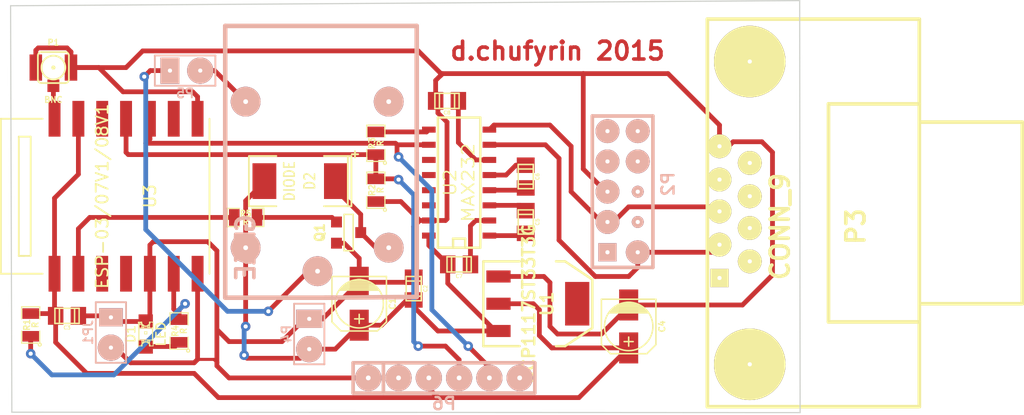
<source format=kicad_pcb>

(kicad_pcb
  (version 20171130)
  (host pcbnew "(5.1.12)-1")
  (general
    (thickness 1.6)
    (drawings 5)
    (tracks 230)
    (zones 0)
    (modules 27)
    (nets 23))
  (page A3)
  (layers
    (0 F.Cu signal)
    (31 B.Cu signal)
    (32 B.Adhes user)
    (33 F.Adhes user)
    (34 B.Paste user)
    (35 F.Paste user)
    (36 B.SilkS user)
    (37 F.SilkS user)
    (38 B.Mask user)
    (39 F.Mask user)
    (40 Dwgs.User user)
    (41 Cmts.User user)
    (42 Eco1.User user)
    (43 Eco2.User user)
    (44 Edge.Cuts user))
  (setup
    (last_trace_width 0.254)
    (user_trace_width 0.4)
    (trace_clearance 0.254)
    (zone_clearance 0.508)
    (zone_45_only no)
    (trace_min 0.254)
    (via_size 2.2)
    (via_drill 0.35)
    (via_min_size 0.2)
    (via_min_drill 0.2)
    (user_via 0.8 0.35)
    (uvia_size 2.2)
    (uvia_drill 0.35)
    (uvias_allowed no)
    (uvia_min_size 0.2)
    (uvia_min_drill 0.2)
    (edge_width 0.1)
    (segment_width 0.2)
    (pcb_text_width 0.3)
    (pcb_text_size 1.5 1.5)
    (mod_edge_width 0.15)
    (mod_text_size 1 1)
    (mod_text_width 0.15)
    (pad_size 2.2 2.2)
    (pad_drill 0.4)
    (pad_to_mask_clearance 0)
    (aux_axis_origin 0 0)
    (visible_elements 7FFFFFFF)
    (pcbplotparams
      (layerselection 0x00030_ffffffff)
      (usegerberextensions false)
      (usegerberattributes true)
      (usegerberadvancedattributes true)
      (creategerberjobfile true)
      (excludeedgelayer true)
      (linewidth 0.15)
      (plotframeref false)
      (viasonmask false)
      (mode 1)
      (useauxorigin false)
      (hpglpennumber 1)
      (hpglpenspeed 20)
      (hpglpendiameter 15.0)
      (psnegative false)
      (psa4output false)
      (plotreference true)
      (plotvalue true)
      (plotinvisibletext false)
      (padsonsilk false)
      (subtractmaskfromsilk false)
      (outputformat 5)
      (mirror false)
      (drillshape 0)
      (scaleselection 1)
      (outputdirectory "")))
  (net 0 "")
  (net 1 +5V)
  (net 2 GND)
  (net 3 N-000001)
  (net 4 N-0000010)
  (net 5 N-0000012)
  (net 6 N-0000013)
  (net 7 N-0000014)
  (net 8 N-0000015)
  (net 9 N-0000016)
  (net 10 N-0000017)
  (net 11 N-0000018)
  (net 12 N-0000019)
  (net 13 N-000002)
  (net 14 N-0000020)
  (net 15 N-000003)
  (net 16 N-000004)
  (net 17 N-0000045)
  (net 18 N-000005)
  (net 19 N-000006)
  (net 20 N-000007)
  (net 21 N-000008)
  (net 22 N-000009)
  (net_class Default "This is the default net class."
    (clearance 0.254)
    (trace_width 0.254)
    (via_dia 2.2)
    (via_drill 0.35)
    (uvia_dia 2.2)
    (uvia_drill 0.35)
    (add_net +5V)
    (add_net GND)
    (add_net N-000001)
    (add_net N-0000010)
    (add_net N-0000012)
    (add_net N-0000013)
    (add_net N-0000014)
    (add_net N-0000015)
    (add_net N-0000016)
    (add_net N-0000017)
    (add_net N-0000018)
    (add_net N-0000019)
    (add_net N-000002)
    (add_net N-0000020)
    (add_net N-000003)
    (add_net N-000004)
    (add_net N-0000045)
    (add_net N-000005)
    (add_net N-000006)
    (add_net N-000007)
    (add_net N-000008)
    (add_net N-000009))
  (module SOT23EBC
    (layer F.Cu)
    (tedit 3F980186)
    (tstamp 5634A8F4)
    (at 188.595 151.511 90)
    (descr "Module CMS SOT23 Transistore EBC")
    (tags "CMS SOT")
    (path /564397CA)
    (attr smd)
    (fp_text reference Q1
      (at 0 -2.413 90)
      (layer F.SilkS)
      (effects
        (font
          (size 0.762 0.762)
          (thickness 0.2032))))
    (fp_text value NPN
      (at 0 0 90)
      (layer F.SilkS) hide
      (effects
        (font
          (size 0.762 0.762)
          (thickness 0.2032))))
    (fp_line
      (start -1.524 0.381)
      (end -1.524 -0.381)
      (layer F.SilkS)
      (width 0.127))
    (fp_line
      (start 1.524 0.381)
      (end -1.524 0.381)
      (layer F.SilkS)
      (width 0.127))
    (fp_line
      (start 1.524 -0.381)
      (end 1.524 0.381)
      (layer F.SilkS)
      (width 0.127))
    (fp_line
      (start -1.524 -0.381)
      (end 1.524 -0.381)
      (layer F.SilkS)
      (width 0.127))
    (pad 1 smd rect
      (at -0.889 -1.016 90)
      (size 0.9144 0.9144)
      (layers F.Cu F.Paste F.Mask)
      (net 2 GND))
    (pad 2 smd rect
      (at 0.889 -1.016 90)
      (size 0.9144 0.9144)
      (layers F.Cu F.Paste F.Mask)
      (net 9 N-0000016))
    (pad 3 smd rect
      (at 0 1.016 90)
      (size 0.9144 0.9144)
      (layers F.Cu F.Paste F.Mask)
      (net 15 N-000003))
    (model smd/cms_sot23.wrl
      (at
        (xyz 0 0 0))
      (scale
        (xyz 0.13 0.15 0.15))
      (rotate
        (xyz 0 0 0))))
  (module SOT223
    (layer F.Cu)
    (tedit 200000)
    (tstamp 5634A90F)
    (at 204.47 157.48 270)
    (descr "module CMS SOT223 4 pins")
    (tags "CMS SOT")
    (path /5634A086)
    (attr smd)
    (fp_text reference U1
      (at 0 -0.762 270)
      (layer F.SilkS)
      (effects
        (font
          (size 1.016 1.016)
          (thickness 0.2032))))
    (fp_text value NCP1117ST33T3G
      (at 0 0.762 270)
      (layer F.SilkS)
      (effects
        (font
          (size 1.016 1.016)
          (thickness 0.2032))))
    (fp_line
      (start 3.556 -2.286)
      (end 3.556 -1.524)
      (layer F.SilkS)
      (width 0.2032))
    (fp_line
      (start 2.032 -4.572)
      (end 3.556 -2.286)
      (layer F.SilkS)
      (width 0.2032))
    (fp_line
      (start -2.032 -4.572)
      (end 2.032 -4.572)
      (layer F.SilkS)
      (width 0.2032))
    (fp_line
      (start -3.556 -2.286)
      (end -2.032 -4.572)
      (layer F.SilkS)
      (width 0.2032))
    (fp_line
      (start -3.556 -1.524)
      (end -3.556 -2.286)
      (layer F.SilkS)
      (width 0.2032))
    (fp_line
      (start 3.556 4.572)
      (end 3.556 1.524)
      (layer F.SilkS)
      (width 0.2032))
    (fp_line
      (start -3.556 4.572)
      (end 3.556 4.572)
      (layer F.SilkS)
      (width 0.2032))
    (fp_line
      (start -3.556 1.524)
      (end -3.556 4.572)
      (layer F.SilkS)
      (width 0.2032))
    (pad 4 smd rect
      (at 0 -3.302 270)
      (size 3.6576 2.032)
      (layers F.Cu F.Paste F.Mask))
    (pad 2 smd rect
      (at 0 3.302 270)
      (size 1.016 2.032)
      (layers F.Cu F.Paste F.Mask)
      (net 17 N-0000045))
    (pad 3 smd rect
      (at 2.286 3.302 270)
      (size 1.016 2.032)
      (layers F.Cu F.Paste F.Mask)
      (net 1 +5V))
    (pad 1 smd rect
      (at -2.286 3.302 270)
      (size 1.016 2.032)
      (layers F.Cu F.Paste F.Mask)
      (net 2 GND))
    (model smd/SOT223.wrl
      (at
        (xyz 0 0 0))
      (scale
        (xyz 0.4 0.4 0.4))
      (rotate
        (xyz 0 0 0))))
  (module SO16E
    (layer F.Cu)
    (tedit 4280700D)
    (tstamp 5634A92A)
    (at 197.866 147.32 90)
    (descr "Module CMS SOJ 16 pins etroit")
    (tags "CMS SOJ")
    (path /5634A095)
    (attr smd)
    (fp_text reference U2
      (at 0 -0.762 90)
      (layer F.SilkS)
      (effects
        (font
          (size 1.016 1.143)
          (thickness 0.127))))
    (fp_text value MAX232
      (at 0 0.762 90)
      (layer F.SilkS)
      (effects
        (font
          (size 1.016 1.143)
          (thickness 0.127))))
    (fp_line
      (start -4.699 0.508)
      (end -5.461 0.508)
      (layer F.SilkS)
      (width 0.2032))
    (fp_line
      (start -4.699 -0.508)
      (end -4.699 0.508)
      (layer F.SilkS)
      (width 0.2032))
    (fp_line
      (start -5.461 -0.508)
      (end -4.699 -0.508)
      (layer F.SilkS)
      (width 0.2032))
    (fp_line
      (start -5.461 1.778)
      (end -5.461 -1.778)
      (layer F.SilkS)
      (width 0.2032))
    (fp_line
      (start 5.461 1.778)
      (end -5.461 1.778)
      (layer F.SilkS)
      (width 0.2032))
    (fp_line
      (start 5.461 -1.778)
      (end 5.461 1.778)
      (layer F.SilkS)
      (width 0.2032))
    (fp_line
      (start -5.461 -1.778)
      (end 5.461 -1.778)
      (layer F.SilkS)
      (width 0.2032))
    (pad 1 smd rect
      (at -4.445 2.54 90)
      (size 0.508 1.143)
      (layers F.Cu F.Paste F.Mask)
      (net 20 N-000007))
    (pad 2 smd rect
      (at -3.175 2.54 90)
      (size 0.508 1.143)
      (layers F.Cu F.Paste F.Mask)
      (net 16 N-000004))
    (pad 3 smd rect
      (at -1.905 2.54 90)
      (size 0.508 1.143)
      (layers F.Cu F.Paste F.Mask)
      (net 19 N-000006))
    (pad 4 smd rect
      (at -0.635 2.54 90)
      (size 0.508 1.143)
      (layers F.Cu F.Paste F.Mask)
      (net 21 N-000008))
    (pad 5 smd rect
      (at 0.635 2.54 90)
      (size 0.508 1.143)
      (layers F.Cu F.Paste F.Mask)
      (net 22 N-000009))
    (pad 6 smd rect
      (at 1.905 2.54 90)
      (size 0.508 1.143)
      (layers F.Cu F.Paste F.Mask)
      (net 18 N-000005))
    (pad 7 smd rect
      (at 3.175 2.54 90)
      (size 0.508 1.143)
      (layers F.Cu F.Paste F.Mask)
      (net 3 N-000001))
    (pad 8 smd rect
      (at 4.445 2.54 90)
      (size 0.508 1.143)
      (layers F.Cu F.Paste F.Mask)
      (net 13 N-000002))
    (pad 9 smd rect
      (at 4.445 -2.54 90)
      (size 0.508 1.143)
      (layers F.Cu F.Paste F.Mask)
      (net 4 N-0000010))
    (pad 10 smd rect
      (at 3.175 -2.54 90)
      (size 0.508 1.143)
      (layers F.Cu F.Paste F.Mask)
      (net 12 N-0000019))
    (pad 11 smd rect
      (at 1.905 -2.54 90)
      (size 0.508 1.143)
      (layers F.Cu F.Paste F.Mask))
    (pad 12 smd rect
      (at 0.635 -2.54 90)
      (size 0.508 1.143)
      (layers F.Cu F.Paste F.Mask))
    (pad 13 smd rect
      (at -0.635 -2.54 90)
      (size 0.508 1.143)
      (layers F.Cu F.Paste F.Mask))
    (pad 14 smd rect
      (at -1.905 -2.54 90)
      (size 0.508 1.143)
      (layers F.Cu F.Paste F.Mask))
    (pad 15 smd rect
      (at -3.175 -2.54 90)
      (size 0.508 1.143)
      (layers F.Cu F.Paste F.Mask)
      (net 2 GND))
    (pad 16 smd rect
      (at -4.445 -2.54 90)
      (size 0.508 1.143)
      (layers F.Cu F.Paste F.Mask)
      (net 1 +5V))
    (model smd/cms_so16.wrl
      (at
        (xyz 0 0 0))
      (scale
        (xyz 0.5 0.3 0.5))
      (rotate
        (xyz 0 0 0))))
  (module SM0805
    (layer F.Cu)
    (tedit 5091495C)
    (tstamp 5634A944)
    (at 179.959 150.241)
    (path /56439990)
    (attr smd)
    (fp_text reference R5
      (at 0 -0.3175)
      (layer F.SilkS)
      (effects
        (font
          (size 0.50038 0.50038)
          (thickness 0.10922))))
    (fp_text value R
      (at 0 0.381)
      (layer F.SilkS)
      (effects
        (font
          (size 0.50038 0.50038)
          (thickness 0.10922))))
    (fp_line
      (start 1.524 0.762)
      (end 0.508 0.762)
      (layer F.SilkS)
      (width 0.09906))
    (fp_line
      (start 1.524 -0.762)
      (end 1.524 0.762)
      (layer F.SilkS)
      (width 0.09906))
    (fp_line
      (start 0.508 -0.762)
      (end 1.524 -0.762)
      (layer F.SilkS)
      (width 0.09906))
    (fp_line
      (start -1.524 -0.762)
      (end -0.508 -0.762)
      (layer F.SilkS)
      (width 0.09906))
    (fp_line
      (start -1.524 0.762)
      (end -1.524 -0.762)
      (layer F.SilkS)
      (width 0.09906))
    (fp_line
      (start -0.508 0.762)
      (end -1.524 0.762)
      (layer F.SilkS)
      (width 0.09906))
    (fp_circle
      (center -1.651 0.762)
      (end -1.651 0.635)
      (layer F.SilkS)
      (width 0.09906))
    (pad 1 smd rect
      (at -0.9525 0)
      (size 0.889 1.397)
      (layers F.Cu F.Paste F.Mask)
      (net 7 N-0000014))
    (pad 2 smd rect
      (at 0.9525 0)
      (size 0.889 1.397)
      (layers F.Cu F.Paste F.Mask)
      (net 9 N-0000016))
    (model smd/chip_cms.wrl
      (at
        (xyz 0 0 0))
      (scale
        (xyz 0.1 0.1 0.1))
      (rotate
        (xyz 0 0 0))))
  (module SM0805
    (layer F.Cu)
    (tedit 5091495C)
    (tstamp 5634A985)
    (at 190.881 144.018 90)
    (path /5634A1D5)
    (attr smd)
    (fp_text reference R3
      (at 0 -0.3175 90)
      (layer F.SilkS)
      (effects
        (font
          (size 0.50038 0.50038)
          (thickness 0.10922))))
    (fp_text value R
      (at 0 0.381 90)
      (layer F.SilkS)
      (effects
        (font
          (size 0.50038 0.50038)
          (thickness 0.10922))))
    (fp_line
      (start 1.524 0.762)
      (end 0.508 0.762)
      (layer F.SilkS)
      (width 0.09906))
    (fp_line
      (start 1.524 -0.762)
      (end 1.524 0.762)
      (layer F.SilkS)
      (width 0.09906))
    (fp_line
      (start 0.508 -0.762)
      (end 1.524 -0.762)
      (layer F.SilkS)
      (width 0.09906))
    (fp_line
      (start -1.524 -0.762)
      (end -0.508 -0.762)
      (layer F.SilkS)
      (width 0.09906))
    (fp_line
      (start -1.524 0.762)
      (end -1.524 -0.762)
      (layer F.SilkS)
      (width 0.09906))
    (fp_line
      (start -0.508 0.762)
      (end -1.524 0.762)
      (layer F.SilkS)
      (width 0.09906))
    (fp_circle
      (center -1.651 0.762)
      (end -1.651 0.635)
      (layer F.SilkS)
      (width 0.09906))
    (pad 1 smd rect
      (at -0.9525 0 90)
      (size 0.889 1.397)
      (layers F.Cu F.Paste F.Mask)
      (net 5 N-0000012))
    (pad 2 smd rect
      (at 0.9525 0 90)
      (size 0.889 1.397)
      (layers F.Cu F.Paste F.Mask)
      (net 4 N-0000010))
    (model smd/chip_cms.wrl
      (at
        (xyz 0 0 0))
      (scale
        (xyz 0.1 0.1 0.1))
      (rotate
        (xyz 0 0 0))))
  (module SM0805
    (layer F.Cu)
    (tedit 5091495C)
    (tstamp 5634A992)
    (at 190.881 147.955 90)
    (path /5634A1CF)
    (attr smd)
    (fp_text reference R2
      (at 0 -0.3175 90)
      (layer F.SilkS)
      (effects
        (font
          (size 0.50038 0.50038)
          (thickness 0.10922))))
    (fp_text value R
      (at 0 0.381 90)
      (layer F.SilkS)
      (effects
        (font
          (size 0.50038 0.50038)
          (thickness 0.10922))))
    (fp_line
      (start 1.524 0.762)
      (end 0.508 0.762)
      (layer F.SilkS)
      (width 0.09906))
    (fp_line
      (start 1.524 -0.762)
      (end 1.524 0.762)
      (layer F.SilkS)
      (width 0.09906))
    (fp_line
      (start 0.508 -0.762)
      (end 1.524 -0.762)
      (layer F.SilkS)
      (width 0.09906))
    (fp_line
      (start -1.524 -0.762)
      (end -0.508 -0.762)
      (layer F.SilkS)
      (width 0.09906))
    (fp_line
      (start -1.524 0.762)
      (end -1.524 -0.762)
      (layer F.SilkS)
      (width 0.09906))
    (fp_line
      (start -0.508 0.762)
      (end -1.524 0.762)
      (layer F.SilkS)
      (width 0.09906))
    (fp_circle
      (center -1.651 0.762)
      (end -1.651 0.635)
      (layer F.SilkS)
      (width 0.09906))
    (pad 1 smd rect
      (at -0.9525 0 90)
      (size 0.889 1.397)
      (layers F.Cu F.Paste F.Mask)
      (net 2 GND))
    (pad 2 smd rect
      (at 0.9525 0 90)
      (size 0.889 1.397)
      (layers F.Cu F.Paste F.Mask)
      (net 5 N-0000012))
    (model smd/chip_cms.wrl
      (at
        (xyz 0 0 0))
      (scale
        (xyz 0.1 0.1 0.1))
      (rotate
        (xyz 0 0 0))))
  (module SM0805
    (layer F.Cu)
    (tedit 5091495C)
    (tstamp 5634A99F)
    (at 174.371 159.766 90)
    (path /5643A0E8)
    (attr smd)
    (fp_text reference R4
      (at 0 -0.3175 90)
      (layer F.SilkS)
      (effects
        (font
          (size 0.50038 0.50038)
          (thickness 0.10922))))
    (fp_text value R
      (at 0 0.381 90)
      (layer F.SilkS)
      (effects
        (font
          (size 0.50038 0.50038)
          (thickness 0.10922))))
    (fp_line
      (start 1.524 0.762)
      (end 0.508 0.762)
      (layer F.SilkS)
      (width 0.09906))
    (fp_line
      (start 1.524 -0.762)
      (end 1.524 0.762)
      (layer F.SilkS)
      (width 0.09906))
    (fp_line
      (start 0.508 -0.762)
      (end 1.524 -0.762)
      (layer F.SilkS)
      (width 0.09906))
    (fp_line
      (start -1.524 -0.762)
      (end -0.508 -0.762)
      (layer F.SilkS)
      (width 0.09906))
    (fp_line
      (start -1.524 0.762)
      (end -1.524 -0.762)
      (layer F.SilkS)
      (width 0.09906))
    (fp_line
      (start -0.508 0.762)
      (end -1.524 0.762)
      (layer F.SilkS)
      (width 0.09906))
    (fp_circle
      (center -1.651 0.762)
      (end -1.651 0.635)
      (layer F.SilkS)
      (width 0.09906))
    (pad 1 smd rect
      (at -0.9525 0 90)
      (size 0.889 1.397)
      (layers F.Cu F.Paste F.Mask)
      (net 8 N-0000015))
    (pad 2 smd rect
      (at 0.9525 0 90)
      (size 0.889 1.397)
      (layers F.Cu F.Paste F.Mask)
      (net 14 N-0000020))
    (model smd/chip_cms.wrl
      (at
        (xyz 0 0 0))
      (scale
        (xyz 0.1 0.1 0.1))
      (rotate
        (xyz 0 0 0))))
  (module SM0805
    (layer F.Cu)
    (tedit 5091495C)
    (tstamp 5634A9AC)
    (at 161.925 159.258 90)
    (path /56439E7A)
    (attr smd)
    (fp_text reference R1
      (at 0 -0.3175 90)
      (layer F.SilkS)
      (effects
        (font
          (size 0.50038 0.50038)
          (thickness 0.10922))))
    (fp_text value R
      (at 0 0.381 90)
      (layer F.SilkS)
      (effects
        (font
          (size 0.50038 0.50038)
          (thickness 0.10922))))
    (fp_line
      (start 1.524 0.762)
      (end 0.508 0.762)
      (layer F.SilkS)
      (width 0.09906))
    (fp_line
      (start 1.524 -0.762)
      (end 1.524 0.762)
      (layer F.SilkS)
      (width 0.09906))
    (fp_line
      (start 0.508 -0.762)
      (end 1.524 -0.762)
      (layer F.SilkS)
      (width 0.09906))
    (fp_line
      (start -1.524 -0.762)
      (end -0.508 -0.762)
      (layer F.SilkS)
      (width 0.09906))
    (fp_line
      (start -1.524 0.762)
      (end -1.524 -0.762)
      (layer F.SilkS)
      (width 0.09906))
    (fp_line
      (start -0.508 0.762)
      (end -1.524 0.762)
      (layer F.SilkS)
      (width 0.09906))
    (fp_circle
      (center -1.651 0.762)
      (end -1.651 0.635)
      (layer F.SilkS)
      (width 0.09906))
    (pad 1 smd rect
      (at -0.9525 0 90)
      (size 0.889 1.397)
      (layers F.Cu F.Paste F.Mask)
      (net 14 N-0000020))
    (pad 2 smd rect
      (at 0.9525 0 90)
      (size 0.889 1.397)
      (layers F.Cu F.Paste F.Mask)
      (net 17 N-0000045))
    (model smd/chip_cms.wrl
      (at
        (xyz 0 0 0))
      (scale
        (xyz 0.1 0.1 0.1))
      (rotate
        (xyz 0 0 0))))
  (module PIN_ARRAY_5x2
    (layer B.Cu)
    (tedit 56365E2C)
    (tstamp 56364D73)
    (at 211.582 148.082 90)
    (descr "Double rangee de contacts 2 x 5 pins")
    (tags CONN)
    (path /5634A0A4)
    (fp_text reference P2
      (at 0.635 3.81 90)
      (layer B.SilkS)
      (effects
        (font
          (size 1.016 1.016)
          (thickness 0.2032))
        (justify mirror)))
    (fp_text value CONN_5X2
      (at 0 3.81 90)
      (layer B.SilkS) hide
      (effects
        (font
          (size 1.016 1.016)
          (thickness 0.2032))
        (justify mirror)))
    (fp_line
      (start -6.35 -2.54)
      (end -6.35 2.54)
      (layer B.SilkS)
      (width 0.3048))
    (fp_line
      (start 6.35 -2.54)
      (end -6.35 -2.54)
      (layer B.SilkS)
      (width 0.3048))
    (fp_line
      (start 6.35 2.54)
      (end 6.35 -2.54)
      (layer B.SilkS)
      (width 0.3048))
    (fp_line
      (start -6.35 2.54)
      (end 6.35 2.54)
      (layer B.SilkS)
      (width 0.3048))
    (pad 1 thru_hole rect
      (at -5.08 -1.27 90)
      (size 1.524 1.524)
      (drill 0.35)
      (layers *.Cu *.Mask B.SilkS))
    (pad 2 thru_hole circle
      (at -5.08 1.27 90)
      (size 2 2)
      (drill 0.35)
      (layers *.Cu *.Mask B.SilkS)
      (net 3 N-000001))
    (pad 3 thru_hole circle
      (at -2.54 -1.27 90)
      (size 2 2)
      (drill 0.35)
      (layers *.Cu *.Mask B.SilkS)
      (net 13 N-000002))
    (pad 4 thru_hole circle
      (at -2.54 1.27 90)
      (size 1 1)
      (drill 0.35)
      (layers *.Cu *.Mask B.SilkS))
    (pad 5 thru_hole circle
      (at 0 -1.27 90)
      (size 2 2)
      (drill 0.35)
      (layers *.Cu *.Mask B.SilkS)
      (net 2 GND))
    (pad 6 thru_hole circle
      (at 0 1.27 90)
      (size 1 1)
      (drill 0.35)
      (layers *.Cu *.Mask B.SilkS))
    (pad 7 thru_hole circle
      (at 2.54 -1.27 90)
      (size 2 2)
      (drill 0.35)
      (layers *.Cu *.Mask B.SilkS))
    (pad 8 thru_hole circle
      (at 2.54 1.27 90)
      (size 2 2)
      (drill 0.35)
      (layers *.Cu *.Mask B.SilkS))
    (pad 9 thru_hole circle
      (at 5.08 -1.27 90)
      (size 2 2)
      (drill 0.35)
      (layers *.Cu *.Mask B.SilkS))
    (pad 10 thru_hole circle
      (at 5.08 1.27 90)
      (size 2 2)
      (drill 0.35)
      (layers *.Cu *.Mask B.SilkS))
    (model pin_array/pins_array_5x2.wrl
      (at
        (xyz 0 0 0))
      (scale
        (xyz 1 1 1))
      (rotate
        (xyz 0 0 0))))
  (module PIN_ARRAY_2X1
    (layer B.Cu)
    (tedit 56365D81)
    (tstamp 5634A9C8)
    (at 174.879 137.922)
    (descr "Connecteurs 2 pins")
    (tags "CONN DEV")
    (path /5643A5C8)
    (fp_text reference P5
      (at 0 1.905)
      (layer B.SilkS)
      (effects
        (font
          (size 0.762 0.762)
          (thickness 0.1524))
        (justify mirror)))
    (fp_text value CONN_2
      (at 0 1.905)
      (layer B.SilkS) hide
      (effects
        (font
          (size 0.762 0.762)
          (thickness 0.1524))
        (justify mirror)))
    (fp_line
      (start 2.54 -1.27)
      (end -2.54 -1.27)
      (layer B.SilkS)
      (width 0.1524))
    (fp_line
      (start 2.54 1.27)
      (end 2.54 -1.27)
      (layer B.SilkS)
      (width 0.1524))
    (fp_line
      (start -2.54 1.27)
      (end 2.54 1.27)
      (layer B.SilkS)
      (width 0.1524))
    (fp_line
      (start -2.54 -1.27)
      (end -2.54 1.27)
      (layer B.SilkS)
      (width 0.1524))
    (pad 1 thru_hole rect
      (at -1.27 0)
      (size 1.6 2.2)
      (drill 0.35)
      (layers *.Cu *.Mask B.SilkS)
      (net 11 N-0000018))
    (pad 2 thru_hole circle
      (at 1.27 0)
      (size 2.2 2.2)
      (drill 0.35)
      (layers *.Cu *.Mask B.SilkS)
      (net 10 N-0000017))
    (model pin_array/pins_array_2x1.wrl
      (at
        (xyz 0 0 0))
      (scale
        (xyz 1 1 1))
      (rotate
        (xyz 0 0 0))))
  (module PIN_ARRAY_2X1
    (layer B.Cu)
    (tedit 56365D9B)
    (tstamp 5634A9D2)
    (at 185.293 160.02 270)
    (descr "Connecteurs 2 pins")
    (tags "CONN DEV")
    (path /5634B09E)
    (fp_text reference P4
      (at 0 1.905 270)
      (layer B.SilkS)
      (effects
        (font
          (size 0.762 0.762)
          (thickness 0.1524))
        (justify mirror)))
    (fp_text value CONN_2
      (at 0 1.905 270)
      (layer B.SilkS) hide
      (effects
        (font
          (size 0.762 0.762)
          (thickness 0.1524))
        (justify mirror)))
    (fp_line
      (start 2.54 -1.27)
      (end -2.54 -1.27)
      (layer B.SilkS)
      (width 0.1524))
    (fp_line
      (start 2.54 1.27)
      (end 2.54 -1.27)
      (layer B.SilkS)
      (width 0.1524))
    (fp_line
      (start -2.54 1.27)
      (end 2.54 1.27)
      (layer B.SilkS)
      (width 0.1524))
    (fp_line
      (start -2.54 -1.27)
      (end -2.54 1.27)
      (layer B.SilkS)
      (width 0.1524))
    (pad 1 thru_hole rect
      (at -1.27 0 270)
      (size 1.524 2.2)
      (drill 0.35)
      (layers *.Cu *.Mask B.SilkS)
      (net 2 GND))
    (pad 2 thru_hole circle
      (at 1.27 0 270)
      (size 2.2 2.2)
      (drill 0.35)
      (layers *.Cu *.Mask B.SilkS)
      (net 1 +5V))
    (model pin_array/pins_array_2x1.wrl
      (at
        (xyz 0 0 0))
      (scale
        (xyz 1 1 1))
      (rotate
        (xyz 0 0 0))))
  (module PIN_ARRAY_2X1
    (layer B.Cu)
    (tedit 56365FB5)
    (tstamp 5634A9DC)
    (at 168.656 159.893 270)
    (descr "Connecteurs 2 pins")
    (tags "CONN DEV")
    (path /5634AD3A)
    (fp_text reference JP1
      (at 0 1.905 270)
      (layer B.SilkS)
      (effects
        (font
          (size 0.762 0.762)
          (thickness 0.1524))
        (justify mirror)))
    (fp_text value JUMPER
      (at 0 1.905 270)
      (layer B.SilkS) hide
      (effects
        (font
          (size 0.762 0.762)
          (thickness 0.1524))
        (justify mirror)))
    (fp_line
      (start 2.54 -1.27)
      (end -2.54 -1.27)
      (layer B.SilkS)
      (width 0.1524))
    (fp_line
      (start 2.54 1.27)
      (end 2.54 -1.27)
      (layer B.SilkS)
      (width 0.1524))
    (fp_line
      (start -2.54 1.27)
      (end 2.54 1.27)
      (layer B.SilkS)
      (width 0.1524))
    (fp_line
      (start -2.54 -1.27)
      (end -2.54 1.27)
      (layer B.SilkS)
      (width 0.1524))
    (pad 1 thru_hole rect
      (at -1.27 0 270)
      (size 1.524 2)
      (drill 0.35)
      (layers *.Cu *.Mask B.SilkS)
      (net 2 GND))
    (pad 2 thru_hole circle
      (at 1.27 0 270)
      (size 2.2 2.2)
      (drill 0.35)
      (layers *.Cu *.Mask B.SilkS)
      (net 2 GND))
    (model pin_array/pins_array_2x1.wrl
      (at
        (xyz 0 0 0))
      (scale
        (xyz 1 1 1))
      (rotate
        (xyz 0 0 0))))
  (module LED-0805
    (layer F.Cu)
    (tedit 49DC4C0B)
    (tstamp 5634AA52)
    (at 171.577 160.02 90)
    (descr "LED 0805 smd package")
    (tags "LED 0805 SMD")
    (path /56439E0A)
    (attr smd)
    (fp_text reference D1
      (at 0 -1.27 90)
      (layer F.SilkS)
      (effects
        (font
          (size 0.762 0.762)
          (thickness 0.127))))
    (fp_text value LED
      (at 0 1.27 90)
      (layer F.SilkS)
      (effects
        (font
          (size 0.762 0.762)
          (thickness 0.127))))
    (fp_circle
      (center 0.84836 -0.44958)
      (end 0.89916 -0.50038)
      (layer F.SilkS)
      (width 0.0508))
    (fp_line
      (start -0.49784 -0.57404)
      (end 0.92456 -0.57404)
      (layer F.SilkS)
      (width 0.1016))
    (fp_line
      (start 0.52324 0.57404)
      (end -0.52324 0.57404)
      (layer F.SilkS)
      (width 0.1016))
    (fp_line
      (start 0.92456 -0.62484)
      (end 0.99822 -0.62484)
      (layer F.SilkS)
      (width 0.06604))
    (fp_line
      (start 0.99822 -0.62484)
      (end 0.99822 -0.39878)
      (layer F.SilkS)
      (width 0.06604))
    (fp_line
      (start 0.92456 -0.39878)
      (end 0.99822 -0.39878)
      (layer F.SilkS)
      (width 0.06604))
    (fp_line
      (start 0.92456 -0.62484)
      (end 0.92456 -0.39878)
      (layer F.SilkS)
      (width 0.06604))
    (fp_line
      (start 0.49784 -0.59944)
      (end 0.79756 -0.59944)
      (layer F.SilkS)
      (width 0.06604))
    (fp_line
      (start 0.79756 -0.59944)
      (end 0.79756 -0.29972)
      (layer F.SilkS)
      (width 0.06604))
    (fp_line
      (start 0.49784 -0.29972)
      (end 0.79756 -0.29972)
      (layer F.SilkS)
      (width 0.06604))
    (fp_line
      (start 0.49784 -0.59944)
      (end 0.49784 -0.29972)
      (layer F.SilkS)
      (width 0.06604))
    (fp_line
      (start 0 -0.09906)
      (end 0.19812 -0.09906)
      (layer F.SilkS)
      (width 0.06604))
    (fp_line
      (start 0.19812 -0.09906)
      (end 0.19812 0.09906)
      (layer F.SilkS)
      (width 0.06604))
    (fp_line
      (start 0 0.09906)
      (end 0.19812 0.09906)
      (layer F.SilkS)
      (width 0.06604))
    (fp_line
      (start 0 -0.09906)
      (end 0 0.09906)
      (layer F.SilkS)
      (width 0.06604))
    (fp_line
      (start -0.6731 -0.19812)
      (end -0.49784 -0.19812)
      (layer F.SilkS)
      (width 0.06604))
    (fp_line
      (start -0.49784 -0.19812)
      (end -0.49784 0.19812)
      (layer F.SilkS)
      (width 0.06604))
    (fp_line
      (start -0.6731 0.19812)
      (end -0.49784 0.19812)
      (layer F.SilkS)
      (width 0.06604))
    (fp_line
      (start -0.6731 -0.19812)
      (end -0.6731 0.19812)
      (layer F.SilkS)
      (width 0.06604))
    (fp_line
      (start -0.7493 -0.32258)
      (end -0.49784 -0.32258)
      (layer F.SilkS)
      (width 0.06604))
    (fp_line
      (start -0.49784 -0.32258)
      (end -0.49784 -0.17272)
      (layer F.SilkS)
      (width 0.06604))
    (fp_line
      (start -0.7493 -0.17272)
      (end -0.49784 -0.17272)
      (layer F.SilkS)
      (width 0.06604))
    (fp_line
      (start -0.7493 -0.32258)
      (end -0.7493 -0.17272)
      (layer F.SilkS)
      (width 0.06604))
    (fp_line
      (start -0.7493 0.17272)
      (end -0.49784 0.17272)
      (layer F.SilkS)
      (width 0.06604))
    (fp_line
      (start -0.49784 0.17272)
      (end -0.49784 0.32258)
      (layer F.SilkS)
      (width 0.06604))
    (fp_line
      (start -0.7493 0.32258)
      (end -0.49784 0.32258)
      (layer F.SilkS)
      (width 0.06604))
    (fp_line
      (start -0.7493 0.17272)
      (end -0.7493 0.32258)
      (layer F.SilkS)
      (width 0.06604))
    (fp_line
      (start -0.99822 -0.62484)
      (end -0.49784 -0.62484)
      (layer F.SilkS)
      (width 0.06604))
    (fp_line
      (start -0.49784 -0.62484)
      (end -0.49784 -0.29972)
      (layer F.SilkS)
      (width 0.06604))
    (fp_line
      (start -0.99822 -0.29972)
      (end -0.49784 -0.29972)
      (layer F.SilkS)
      (width 0.06604))
    (fp_line
      (start -0.99822 -0.62484)
      (end -0.99822 -0.29972)
      (layer F.SilkS)
      (width 0.06604))
    (fp_line
      (start -0.99822 0.29972)
      (end -0.49784 0.29972)
      (layer F.SilkS)
      (width 0.06604))
    (fp_line
      (start -0.49784 0.29972)
      (end -0.49784 0.62484)
      (layer F.SilkS)
      (width 0.06604))
    (fp_line
      (start -0.99822 0.62484)
      (end -0.49784 0.62484)
      (layer F.SilkS)
      (width 0.06604))
    (fp_line
      (start -0.99822 0.29972)
      (end -0.99822 0.62484)
      (layer F.SilkS)
      (width 0.06604))
    (fp_line
      (start 0.49784 -0.19812)
      (end 0.6731 -0.19812)
      (layer F.SilkS)
      (width 0.06604))
    (fp_line
      (start 0.6731 -0.19812)
      (end 0.6731 0.19812)
      (layer F.SilkS)
      (width 0.06604))
    (fp_line
      (start 0.49784 0.19812)
      (end 0.6731 0.19812)
      (layer F.SilkS)
      (width 0.06604))
    (fp_line
      (start 0.49784 -0.19812)
      (end 0.49784 0.19812)
      (layer F.SilkS)
      (width 0.06604))
    (fp_line
      (start 0.49784 0.17272)
      (end 0.7493 0.17272)
      (layer F.SilkS)
      (width 0.06604))
    (fp_line
      (start 0.7493 0.17272)
      (end 0.7493 0.32258)
      (layer F.SilkS)
      (width 0.06604))
    (fp_line
      (start 0.49784 0.32258)
      (end 0.7493 0.32258)
      (layer F.SilkS)
      (width 0.06604))
    (fp_line
      (start 0.49784 0.17272)
      (end 0.49784 0.32258)
      (layer F.SilkS)
      (width 0.06604))
    (fp_line
      (start 0.49784 -0.32258)
      (end 0.7493 -0.32258)
      (layer F.SilkS)
      (width 0.06604))
    (fp_line
      (start 0.7493 -0.32258)
      (end 0.7493 -0.17272)
      (layer F.SilkS)
      (width 0.06604))
    (fp_line
      (start 0.49784 -0.17272)
      (end 0.7493 -0.17272)
      (layer F.SilkS)
      (width 0.06604))
    (fp_line
      (start 0.49784 -0.32258)
      (end 0.49784 -0.17272)
      (layer F.SilkS)
      (width 0.06604))
    (fp_line
      (start 0.49784 0.29972)
      (end 0.99822 0.29972)
      (layer F.SilkS)
      (width 0.06604))
    (fp_line
      (start 0.99822 0.29972)
      (end 0.99822 0.62484)
      (layer F.SilkS)
      (width 0.06604))
    (fp_line
      (start 0.49784 0.62484)
      (end 0.99822 0.62484)
      (layer F.SilkS)
      (width 0.06604))
    (fp_line
      (start 0.49784 0.29972)
      (end 0.49784 0.62484)
      (layer F.SilkS)
      (width 0.06604))
    (fp_arc
      (start 0.99822 0)
      (end 0.99822 0.34798)
      (angle 180)
      (layer F.SilkS)
      (width 0.1016))
    (fp_arc
      (start -0.99822 0)
      (end -0.99822 -0.34798)
      (angle 180)
      (layer F.SilkS)
      (width 0.1016))
    (pad 1 smd rect
      (at -1.04902 0 90)
      (size 1.19888 1.19888)
      (layers F.Cu F.Paste F.Mask)
      (net 8 N-0000015))
    (pad 2 smd rect
      (at 1.04902 0 90)
      (size 1.19888 1.19888)
      (layers F.Cu F.Paste F.Mask)
      (net 2 GND)))
  (module c_elec_4x5.8
    (layer F.Cu)
    (tedit 49F5A3F0)
    (tstamp 5634AAA5)
    (at 189.484 157.48 270)
    (descr "SMT capacitor, aluminium electrolytic, 4x5.8")
    (path /5634A995)
    (fp_text reference C1
      (at 0 -2.794 270)
      (layer F.SilkS)
      (effects
        (font
          (size 0.50038 0.50038)
          (thickness 0.11938))))
    (fp_text value CP1
      (at 0 2.794 270)
      (layer F.SilkS) hide
      (effects
        (font
          (size 0.50038 0.50038)
          (thickness 0.11938))))
    (fp_line
      (start -2.286 -2.286)
      (end -2.286 2.286)
      (layer F.SilkS)
      (width 0.127))
    (fp_line
      (start -1.143 -1.651)
      (end -1.143 1.651)
      (layer F.SilkS)
      (width 0.127))
    (fp_line
      (start -1.27 -1.524)
      (end -1.27 1.524)
      (layer F.SilkS)
      (width 0.127))
    (fp_line
      (start -1.397 1.397)
      (end -1.397 -1.397)
      (layer F.SilkS)
      (width 0.127))
    (fp_line
      (start -1.524 -1.27)
      (end -1.524 1.27)
      (layer F.SilkS)
      (width 0.127))
    (fp_line
      (start -1.651 1.143)
      (end -1.651 -1.143)
      (layer F.SilkS)
      (width 0.127))
    (fp_line
      (start -1.778 0.889)
      (end -1.778 -0.889)
      (layer F.SilkS)
      (width 0.127))
    (fp_line
      (start -1.905 -0.635)
      (end -1.905 0.635)
      (layer F.SilkS)
      (width 0.127))
    (fp_line
      (start -2.032 0.127)
      (end -2.032 -0.127)
      (layer F.SilkS)
      (width 0.127))
    (fp_line
      (start 1.524 -2.286)
      (end 2.286 -1.524)
      (layer F.SilkS)
      (width 0.127))
    (fp_line
      (start 1.524 -2.286)
      (end -2.286 -2.286)
      (layer F.SilkS)
      (width 0.127))
    (fp_line
      (start 1.524 2.286)
      (end 2.286 1.524)
      (layer F.SilkS)
      (width 0.127))
    (fp_line
      (start 2.286 -1.524)
      (end 2.286 1.524)
      (layer F.SilkS)
      (width 0.127))
    (fp_line
      (start 1.524 2.286)
      (end -2.286 2.286)
      (layer F.SilkS)
      (width 0.127))
    (fp_line
      (start 1.27 -0.381)
      (end 1.27 0.381)
      (layer F.SilkS)
      (width 0.127))
    (fp_line
      (start 1.651 0)
      (end 0.889 0)
      (layer F.SilkS)
      (width 0.127))
    (fp_circle
      (center 0 0)
      (end -2.032 0)
      (layer F.SilkS)
      (width 0.127))
    (pad 1 smd rect
      (at 1.80086 0 270)
      (size 2.60096 1.6002)
      (layers F.Cu F.Paste F.Mask)
      (net 1 +5V))
    (pad 2 smd rect
      (at -1.80086 0 270)
      (size 2.60096 1.6002)
      (layers F.Cu F.Paste F.Mask)
      (net 2 GND))
    (model smd/capacitors/c_elec_4x5_8.wrl
      (at
        (xyz 0 0 0))
      (scale
        (xyz 1 1 1))
      (rotate
        (xyz 0 0 0))))
  (module c_elec_4x5.7
    (layer F.Cu)
    (tedit 49F5A3B0)
    (tstamp 5634AABC)
    (at 212.09 159.385 270)
    (descr "SMT capacitor, aluminium electrolytic, 4x5.7")
    (path /5643A78E)
    (fp_text reference C4
      (at 0 -2.794 270)
      (layer F.SilkS)
      (effects
        (font
          (size 0.50038 0.50038)
          (thickness 0.11938))))
    (fp_text value CP1
      (at 0 2.794 270)
      (layer F.SilkS) hide
      (effects
        (font
          (size 0.50038 0.50038)
          (thickness 0.11938))))
    (fp_line
      (start -2.286 -2.286)
      (end -2.286 2.286)
      (layer F.SilkS)
      (width 0.127))
    (fp_line
      (start -1.143 -1.651)
      (end -1.143 1.651)
      (layer F.SilkS)
      (width 0.127))
    (fp_line
      (start -1.27 -1.524)
      (end -1.27 1.524)
      (layer F.SilkS)
      (width 0.127))
    (fp_line
      (start -1.397 1.397)
      (end -1.397 -1.397)
      (layer F.SilkS)
      (width 0.127))
    (fp_line
      (start -1.524 -1.27)
      (end -1.524 1.27)
      (layer F.SilkS)
      (width 0.127))
    (fp_line
      (start -1.651 1.143)
      (end -1.651 -1.143)
      (layer F.SilkS)
      (width 0.127))
    (fp_line
      (start -1.778 0.889)
      (end -1.778 -0.889)
      (layer F.SilkS)
      (width 0.127))
    (fp_line
      (start -1.905 -0.635)
      (end -1.905 0.635)
      (layer F.SilkS)
      (width 0.127))
    (fp_line
      (start -2.032 0.127)
      (end -2.032 -0.127)
      (layer F.SilkS)
      (width 0.127))
    (fp_line
      (start 1.524 -2.286)
      (end 2.286 -1.524)
      (layer F.SilkS)
      (width 0.127))
    (fp_line
      (start 1.524 -2.286)
      (end -2.286 -2.286)
      (layer F.SilkS)
      (width 0.127))
    (fp_line
      (start 1.524 2.286)
      (end 2.286 1.524)
      (layer F.SilkS)
      (width 0.127))
    (fp_line
      (start 2.286 -1.524)
      (end 2.286 1.524)
      (layer F.SilkS)
      (width 0.127))
    (fp_line
      (start 1.524 2.286)
      (end -2.286 2.286)
      (layer F.SilkS)
      (width 0.127))
    (fp_line
      (start 1.27 -0.381)
      (end 1.27 0.381)
      (layer F.SilkS)
      (width 0.127))
    (fp_line
      (start 1.651 0)
      (end 0.889 0)
      (layer F.SilkS)
      (width 0.127))
    (fp_circle
      (center 0 0)
      (end -2.032 0)
      (layer F.SilkS)
      (width 0.127))
    (pad 1 smd rect
      (at 1.80086 0 270)
      (size 2.60096 1.6002)
      (layers F.Cu F.Paste F.Mask)
      (net 17 N-0000045))
    (pad 2 smd rect
      (at -1.80086 0 270)
      (size 2.60096 1.6002)
      (layers F.Cu F.Paste F.Mask)
      (net 2 GND))
    (model smd/capacitors/c_elec_4x5_7.wrl
      (at
        (xyz 0 0 0))
      (scale
        (xyz 1 1 1))
      (rotate
        (xyz 0 0 0))))
  (module c_0805
    (layer F.Cu)
    (tedit 49047394)
    (tstamp 5634AAC8)
    (at 196.85 140.462 180)
    (descr "SMT capacitor, 0805")
    (path /5634A7C1)
    (fp_text reference C8
      (at 0 -0.9906 180)
      (layer F.SilkS)
      (effects
        (font
          (size 0.29972 0.29972)
          (thickness 0.06096))))
    (fp_text value C
      (at 0 0.9906 180)
      (layer F.SilkS) hide
      (effects
        (font
          (size 0.29972 0.29972)
          (thickness 0.06096))))
    (fp_line
      (start -1.016 0.635)
      (end -1.016 -0.635)
      (layer F.SilkS)
      (width 0.127))
    (fp_line
      (start 1.016 0.635)
      (end -1.016 0.635)
      (layer F.SilkS)
      (width 0.127))
    (fp_line
      (start 1.016 -0.635)
      (end 1.016 0.635)
      (layer F.SilkS)
      (width 0.127))
    (fp_line
      (start -1.016 -0.635)
      (end 1.016 -0.635)
      (layer F.SilkS)
      (width 0.127))
    (fp_line
      (start -0.635 -0.635)
      (end -0.635 0.6096)
      (layer F.SilkS)
      (width 0.127))
    (fp_line
      (start 0.635 -0.635)
      (end 0.635 0.635)
      (layer F.SilkS)
      (width 0.127))
    (pad 1 smd rect
      (at 0.9525 0 180)
      (size 1.30048 1.4986)
      (layers F.Cu F.Paste F.Mask)
      (net 2 GND))
    (pad 2 smd rect
      (at -0.9525 0 180)
      (size 1.30048 1.4986)
      (layers F.Cu F.Paste F.Mask)
      (net 18 N-000005))
    (model smd/capacitors/c_0805.wrl
      (at
        (xyz 0 0 0))
      (scale
        (xyz 1 1 1))
      (rotate
        (xyz 0 0 0))))
  (module c_0805
    (layer F.Cu)
    (tedit 49047394)
    (tstamp 5634AAD4)
    (at 203.454 150.622 270)
    (descr "SMT capacitor, 0805")
    (path /5634A809)
    (fp_text reference C5
      (at 0 -0.9906 270)
      (layer F.SilkS)
      (effects
        (font
          (size 0.29972 0.29972)
          (thickness 0.06096))))
    (fp_text value C
      (at 0 0.9906 270)
      (layer F.SilkS) hide
      (effects
        (font
          (size 0.29972 0.29972)
          (thickness 0.06096))))
    (fp_line
      (start -1.016 0.635)
      (end -1.016 -0.635)
      (layer F.SilkS)
      (width 0.127))
    (fp_line
      (start 1.016 0.635)
      (end -1.016 0.635)
      (layer F.SilkS)
      (width 0.127))
    (fp_line
      (start 1.016 -0.635)
      (end 1.016 0.635)
      (layer F.SilkS)
      (width 0.127))
    (fp_line
      (start -1.016 -0.635)
      (end 1.016 -0.635)
      (layer F.SilkS)
      (width 0.127))
    (fp_line
      (start -0.635 -0.635)
      (end -0.635 0.6096)
      (layer F.SilkS)
      (width 0.127))
    (fp_line
      (start 0.635 -0.635)
      (end 0.635 0.635)
      (layer F.SilkS)
      (width 0.127))
    (pad 1 smd rect
      (at 0.9525 0 270)
      (size 1.30048 1.4986)
      (layers F.Cu F.Paste F.Mask)
      (net 20 N-000007))
    (pad 2 smd rect
      (at -0.9525 0 270)
      (size 1.30048 1.4986)
      (layers F.Cu F.Paste F.Mask)
      (net 19 N-000006))
    (model smd/capacitors/c_0805.wrl
      (at
        (xyz 0 0 0))
      (scale
        (xyz 1 1 1))
      (rotate
        (xyz 0 0 0))))
  (module c_0805
    (layer F.Cu)
    (tedit 49047394)
    (tstamp 5634AAE0)
    (at 203.454 146.812 270)
    (descr "SMT capacitor, 0805")
    (path /5634A80F)
    (fp_text reference C6
      (at 0 -0.9906 270)
      (layer F.SilkS)
      (effects
        (font
          (size 0.29972 0.29972)
          (thickness 0.06096))))
    (fp_text value C
      (at 0 0.9906 270)
      (layer F.SilkS) hide
      (effects
        (font
          (size 0.29972 0.29972)
          (thickness 0.06096))))
    (fp_line
      (start -1.016 0.635)
      (end -1.016 -0.635)
      (layer F.SilkS)
      (width 0.127))
    (fp_line
      (start 1.016 0.635)
      (end -1.016 0.635)
      (layer F.SilkS)
      (width 0.127))
    (fp_line
      (start 1.016 -0.635)
      (end 1.016 0.635)
      (layer F.SilkS)
      (width 0.127))
    (fp_line
      (start -1.016 -0.635)
      (end 1.016 -0.635)
      (layer F.SilkS)
      (width 0.127))
    (fp_line
      (start -0.635 -0.635)
      (end -0.635 0.6096)
      (layer F.SilkS)
      (width 0.127))
    (fp_line
      (start 0.635 -0.635)
      (end 0.635 0.635)
      (layer F.SilkS)
      (width 0.127))
    (pad 1 smd rect
      (at 0.9525 0 270)
      (size 1.30048 1.4986)
      (layers F.Cu F.Paste F.Mask)
      (net 21 N-000008))
    (pad 2 smd rect
      (at -0.9525 0 270)
      (size 1.30048 1.4986)
      (layers F.Cu F.Paste F.Mask)
      (net 22 N-000009))
    (model smd/capacitors/c_0805.wrl
      (at
        (xyz 0 0 0))
      (scale
        (xyz 1 1 1))
      (rotate
        (xyz 0 0 0))))
  (module c_0805
    (layer F.Cu)
    (tedit 49047394)
    (tstamp 5634AAEC)
    (at 164.973 158.496 180)
    (descr "SMT capacitor, 0805")
    (path /5634A978)
    (fp_text reference C3
      (at 0 -0.9906 180)
      (layer F.SilkS)
      (effects
        (font
          (size 0.29972 0.29972)
          (thickness 0.06096))))
    (fp_text value C
      (at 0 0.9906 180)
      (layer F.SilkS) hide
      (effects
        (font
          (size 0.29972 0.29972)
          (thickness 0.06096))))
    (fp_line
      (start -1.016 0.635)
      (end -1.016 -0.635)
      (layer F.SilkS)
      (width 0.127))
    (fp_line
      (start 1.016 0.635)
      (end -1.016 0.635)
      (layer F.SilkS)
      (width 0.127))
    (fp_line
      (start 1.016 -0.635)
      (end 1.016 0.635)
      (layer F.SilkS)
      (width 0.127))
    (fp_line
      (start -1.016 -0.635)
      (end 1.016 -0.635)
      (layer F.SilkS)
      (width 0.127))
    (fp_line
      (start -0.635 -0.635)
      (end -0.635 0.6096)
      (layer F.SilkS)
      (width 0.127))
    (fp_line
      (start 0.635 -0.635)
      (end 0.635 0.635)
      (layer F.SilkS)
      (width 0.127))
    (pad 1 smd rect
      (at 0.9525 0 180)
      (size 1.30048 1.4986)
      (layers F.Cu F.Paste F.Mask)
      (net 17 N-0000045))
    (pad 2 smd rect
      (at -0.9525 0 180)
      (size 1.30048 1.4986)
      (layers F.Cu F.Paste F.Mask)
      (net 2 GND))
    (model smd/capacitors/c_0805.wrl
      (at
        (xyz 0 0 0))
      (scale
        (xyz 1 1 1))
      (rotate
        (xyz 0 0 0))))
  (module c_0805
    (layer F.Cu)
    (tedit 49047394)
    (tstamp 5634AAF8)
    (at 194.056 156.21 270)
    (descr "SMT capacitor, 0805")
    (path /5634A97E)
    (fp_text reference C2
      (at 0 -0.9906 270)
      (layer F.SilkS)
      (effects
        (font
          (size 0.29972 0.29972)
          (thickness 0.06096))))
    (fp_text value C
      (at 0 0.9906 270)
      (layer F.SilkS) hide
      (effects
        (font
          (size 0.29972 0.29972)
          (thickness 0.06096))))
    (fp_line
      (start -1.016 0.635)
      (end -1.016 -0.635)
      (layer F.SilkS)
      (width 0.127))
    (fp_line
      (start 1.016 0.635)
      (end -1.016 0.635)
      (layer F.SilkS)
      (width 0.127))
    (fp_line
      (start 1.016 -0.635)
      (end 1.016 0.635)
      (layer F.SilkS)
      (width 0.127))
    (fp_line
      (start -1.016 -0.635)
      (end 1.016 -0.635)
      (layer F.SilkS)
      (width 0.127))
    (fp_line
      (start -0.635 -0.635)
      (end -0.635 0.6096)
      (layer F.SilkS)
      (width 0.127))
    (fp_line
      (start 0.635 -0.635)
      (end 0.635 0.635)
      (layer F.SilkS)
      (width 0.127))
    (pad 1 smd rect
      (at 0.9525 0 270)
      (size 1.30048 1.4986)
      (layers F.Cu F.Paste F.Mask)
      (net 1 +5V))
    (pad 2 smd rect
      (at -0.9525 0 270)
      (size 1.30048 1.4986)
      (layers F.Cu F.Paste F.Mask)
      (net 2 GND))
    (model smd/capacitors/c_0805.wrl
      (at
        (xyz 0 0 0))
      (scale
        (xyz 1 1 1))
      (rotate
        (xyz 0 0 0))))
  (module c_0805
    (layer F.Cu)
    (tedit 49047394)
    (tstamp 5634AB04)
    (at 197.866 154.178 180)
    (descr "SMT capacitor, 0805")
    (path /5634A733)
    (fp_text reference C7
      (at 0 -0.9906 180)
      (layer F.SilkS)
      (effects
        (font
          (size 0.29972 0.29972)
          (thickness 0.06096))))
    (fp_text value C
      (at 0 0.9906 180)
      (layer F.SilkS) hide
      (effects
        (font
          (size 0.29972 0.29972)
          (thickness 0.06096))))
    (fp_line
      (start -1.016 0.635)
      (end -1.016 -0.635)
      (layer F.SilkS)
      (width 0.127))
    (fp_line
      (start 1.016 0.635)
      (end -1.016 0.635)
      (layer F.SilkS)
      (width 0.127))
    (fp_line
      (start 1.016 -0.635)
      (end 1.016 0.635)
      (layer F.SilkS)
      (width 0.127))
    (fp_line
      (start -1.016 -0.635)
      (end 1.016 -0.635)
      (layer F.SilkS)
      (width 0.127))
    (fp_line
      (start -0.635 -0.635)
      (end -0.635 0.6096)
      (layer F.SilkS)
      (width 0.127))
    (fp_line
      (start 0.635 -0.635)
      (end 0.635 0.635)
      (layer F.SilkS)
      (width 0.127))
    (pad 1 smd rect
      (at 0.9525 0 180)
      (size 1.30048 1.4986)
      (layers F.Cu F.Paste F.Mask)
      (net 1 +5V))
    (pad 2 smd rect
      (at -0.9525 0 180)
      (size 1.30048 1.4986)
      (layers F.Cu F.Paste F.Mask)
      (net 16 N-000004))
    (model smd/capacitors/c_0805.wrl
      (at
        (xyz 0 0 0))
      (scale
        (xyz 1 1 1))
      (rotate
        (xyz 0 0 0))))
  (module DB9MC
    (layer F.Cu)
    (tedit 5643A7B7)
    (tstamp 56364D60)
    (at 220.98 149.733 270)
    (descr "Connecteur DB9 male couche")
    (tags "CONN DB9")
    (path /5634A0B3)
    (fp_text reference P3
      (at 1.27 -10.16 270)
      (layer F.SilkS)
      (effects
        (font
          (size 1.524 1.524)
          (thickness 0.3048))))
    (fp_text value CONN_9
      (at 1.27 -3.81 270)
      (layer F.SilkS)
      (effects
        (font
          (size 1.524 1.524)
          (thickness 0.3048))))
    (fp_line
      (start 7.747 -24.13)
      (end 7.747 -15.494)
      (layer F.SilkS)
      (width 0.3048))
    (fp_line
      (start -7.493 -24.13)
      (end 7.747 -24.13)
      (layer F.SilkS)
      (width 0.3048))
    (fp_line
      (start -7.493 -15.494)
      (end -7.493 -24.13)
      (layer F.SilkS)
      (width 0.3048))
    (fp_line
      (start 9.271 -7.874)
      (end 9.271 -15.494)
      (layer F.SilkS)
      (width 0.3048))
    (fp_line
      (start -9.017 -7.874)
      (end 9.271 -7.874)
      (layer F.SilkS)
      (width 0.3048))
    (fp_line
      (start -9.017 -15.494)
      (end -9.017 -7.874)
      (layer F.SilkS)
      (width 0.3048))
    (fp_line
      (start -16.129 -15.494)
      (end -16.129 2.286)
      (layer F.SilkS)
      (width 0.3048))
    (fp_line
      (start 16.383 -15.494)
      (end -16.129 -15.494)
      (layer F.SilkS)
      (width 0.3048))
    (fp_line
      (start 16.383 2.286)
      (end 16.383 -15.494)
      (layer F.SilkS)
      (width 0.3048))
    (fp_line
      (start -16.129 2.286)
      (end 16.383 2.286)
      (layer F.SilkS)
      (width 0.3048))
    (pad "" thru_hole circle
      (at 12.827 -1.27 270)
      (size 6 6)
      (drill 0.35)
      (layers *.Cu *.Mask F.SilkS))
    (pad "" thru_hole circle
      (at -12.573 -1.27 270)
      (size 6 6)
      (drill 0.35)
      (layers *.Cu *.Mask F.SilkS))
    (pad 1 thru_hole rect
      (at 5.588 1.27 270)
      (size 1.524 1.524)
      (drill 0.35)
      (layers *.Cu *.Mask F.SilkS))
    (pad 2 thru_hole circle
      (at 2.794 1.27 270)
      (size 2 2)
      (drill 0.35)
      (layers *.Cu *.Mask F.SilkS)
      (net 3 N-000001))
    (pad 3 thru_hole circle
      (at 0 1.27 270)
      (size 2 2)
      (drill 0.35)
      (layers *.Cu *.Mask F.SilkS)
      (net 13 N-000002))
    (pad 4 thru_hole circle
      (at -2.667 1.27 270)
      (size 2 2)
      (drill 0.35)
      (layers *.Cu *.Mask F.SilkS))
    (pad 5 thru_hole circle
      (at -5.461 1.27 270)
      (size 2 2)
      (drill 0.35)
      (layers *.Cu *.Mask F.SilkS)
      (net 2 GND))
    (pad 9 thru_hole circle
      (at -4.064 -1.27 270)
      (size 2 2)
      (drill 0.35)
      (layers *.Cu *.Mask F.SilkS))
    (pad 8 thru_hole circle
      (at -1.27 -1.27 270)
      (size 2 2)
      (drill 0.35)
      (layers *.Cu *.Mask F.SilkS))
    (pad 7 thru_hole circle
      (at 1.397 -1.27 270)
      (size 2 2)
      (drill 0.35)
      (layers *.Cu *.Mask F.SilkS))
    (pad 6 thru_hole circle
      (at 4.191 -1.27 270)
      (size 2 2)
      (drill 0.35)
      (layers *.Cu *.Mask F.SilkS))
    (model conn_DBxx/db9_male_pin90deg.wrl
      (at
        (xyz 0 0 0))
      (scale
        (xyz 1 1 1))
      (rotate
        (xyz 0 0 0))))
  (module ESP-03
    (layer F.Cu)
    (tedit 55089814)
    (tstamp 5643A078)
    (at 169.926 148.463 90)
    (path /564396AA)
    (fp_text reference U3
      (at 0 2 90)
      (layer F.SilkS)
      (effects
        (font
          (size 1 1)
          (thickness 0.15))))
    (fp_text value ESP-03/07V1/08V1
      (at 0 -2 90)
      (layer F.SilkS)
      (effects
        (font
          (size 1 1)
          (thickness 0.15))))
    (fp_line
      (start 6.5 -10.5)
      (end 6.5 -7)
      (layer F.SilkS)
      (width 0.15))
    (fp_line
      (start -6.5 -10.5)
      (end 6.5 -10.5)
      (layer F.SilkS)
      (width 0.15))
    (fp_line
      (start -6.5 -7)
      (end -6.5 -10.5)
      (layer F.SilkS)
      (width 0.15))
    (fp_line
      (start -6.5 7)
      (end 6.5 7)
      (layer F.SilkS)
      (width 0.15))
    (fp_line
      (start -5 -9)
      (end -5 -8.5)
      (layer F.SilkS)
      (width 0.15))
    (fp_line
      (start -5 -8)
      (end -5 -9)
      (layer F.SilkS)
      (width 0.15))
    (fp_line
      (start 5 -8)
      (end -5 -8)
      (layer F.SilkS)
      (width 0.15))
    (fp_line
      (start 5 -9)
      (end 5 -8)
      (layer F.SilkS)
      (width 0.15))
    (fp_line
      (start -5 -9)
      (end 5 -9)
      (layer F.SilkS)
      (width 0.15))
    (pad 1 smd rect
      (at -6.5 -6 90)
      (size 3 1)
      (layers F.Cu F.Paste F.Mask)
      (net 17 N-0000045))
    (pad 2 smd rect
      (at -6.5 -4 90)
      (size 3 1)
      (layers F.Cu F.Paste F.Mask)
      (net 7 N-0000014))
    (pad 3 smd rect
      (at -6.5 -2 90)
      (size 3 1)
      (layers F.Cu F.Paste F.Mask))
    (pad 4 smd rect
      (at -6.5 0 90)
      (size 3 1)
      (layers F.Cu F.Paste F.Mask))
    (pad 5 smd rect
      (at -6.5 2 90)
      (size 3 1)
      (layers F.Cu F.Paste F.Mask)
      (net 2 GND))
    (pad 6 smd rect
      (at -6.5 4 90)
      (size 3 1)
      (layers F.Cu F.Paste F.Mask)
      (net 14 N-0000020))
    (pad 7 smd rect
      (at -6.5 6 90)
      (size 3 1)
      (layers F.Cu F.Paste F.Mask)
      (net 2 GND))
    (pad 8 smd rect
      (at 6.5 6 90)
      (size 3 1)
      (layers F.Cu F.Paste F.Mask)
      (net 2 GND))
    (pad 9 smd rect
      (at 6.5 4 90)
      (size 3 1)
      (layers F.Cu F.Paste F.Mask))
    (pad 10 smd rect
      (at 6.5 2 90)
      (size 3 1)
      (layers F.Cu F.Paste F.Mask)
      (net 12 N-0000019))
    (pad 11 smd rect
      (at 6.5 0 90)
      (size 3 1)
      (layers F.Cu F.Paste F.Mask)
      (net 5 N-0000012))
    (pad 12 smd rect
      (at 6.5 -2 90)
      (size 3 1)
      (layers F.Cu F.Paste F.Mask))
    (pad 13 smd rect
      (at 6.5 -4 90)
      (size 3 1)
      (layers F.Cu F.Paste F.Mask)
      (net 17 N-0000045))
    (pad 14 smd rect
      (at 6.5 -6 90)
      (size 3 1)
      (layers F.Cu F.Paste F.Mask)
      (net 6 N-0000013)))
  (module SM2512
    (layer F.Cu)
    (tedit 51015917)
    (tstamp 5634AA17)
    (at 184.531 147.193 180)
    (tags "CMS SM")
    (path /56439890)
    (attr smd)
    (fp_text reference D2
      (at -0.8001 0 270)
      (layer F.SilkS)
      (effects
        (font
          (size 0.889 0.762)
          (thickness 0.127))))
    (fp_text value DIODE
      (at 0.89916 0 270)
      (layer F.SilkS)
      (effects
        (font
          (size 0.889 0.762)
          (thickness 0.127))))
    (fp_text user +
      (at -4.59994 2.30124 180)
      (layer F.SilkS)
      (effects
        (font
          (size 0.7 0.7)
          (thickness 0.15))))
    (fp_line
      (start -4.28244 2.10566)
      (end -1.99644 2.10566)
      (layer F.SilkS)
      (width 0.14986))
    (fp_line
      (start -1.99898 -2.10566)
      (end -4.28498 -2.10566)
      (layer F.SilkS)
      (width 0.14986))
    (fp_line
      (start 4.28244 -2.10566)
      (end 1.99644 -2.10566)
      (layer F.SilkS)
      (width 0.14986))
    (fp_line
      (start 1.99644 2.10566)
      (end 4.28244 2.10566)
      (layer F.SilkS)
      (width 0.14986))
    (fp_line
      (start 4.30022 -2.10058)
      (end 4.30022 2.10058)
      (layer F.SilkS)
      (width 0.14986))
    (fp_line
      (start -4.30022 -2.10058)
      (end -4.30022 2.10058)
      (layer F.SilkS)
      (width 0.14986))
    (fp_line
      (start -3.99956 -2.10058)
      (end -3.99956 2.10058)
      (layer F.SilkS)
      (width 0.14986))
    (pad 1 smd rect
      (at -2.99974 0 180)
      (size 1.99898 2.99974)
      (layers F.Cu F.Paste F.Mask)
      (net 15 N-000003))
    (pad 2 smd rect
      (at 2.99974 0 180)
      (size 1.99898 2.99974)
      (layers F.Cu F.Paste F.Mask)
      (net 1 +5V))
    (model smd\chip_smd_pol_wide.wrl
      (at
        (xyz 0 0 0))
      (scale
        (xyz 0.35 0.35 0.35))
      (rotate
        (xyz 0 0 0))))
  (module coaxial_u.fl-r-smt-1
    (layer F.Cu)
    (tedit 517FA061)
    (tstamp 5634AA6F)
    (at 163.83 137.668)
    (descr "Ultra small surface mount coaxial connector, Hirose U.FL-R-SMT-1")
    (path /56439A40)
    (fp_text reference P1
      (at 0 -2.1)
      (layer F.SilkS)
      (effects
        (font
          (size 0.5 0.5)
          (thickness 0.1))))
    (fp_text value BNC
      (at 0 2.7)
      (layer F.SilkS)
      (effects
        (font
          (size 0.5 0.5)
          (thickness 0.1))))
    (fp_line
      (start -1 -1.3)
      (end 1 -1.3)
      (layer F.SilkS)
      (width 0.15))
    (fp_line
      (start 1.3 -1)
      (end 1.3 1)
      (layer F.SilkS)
      (width 0.15))
    (fp_line
      (start 1 1.3)
      (end -1 1.3)
      (layer F.SilkS)
      (width 0.15))
    (fp_line
      (start -1.3 1)
      (end -1.3 -1)
      (layer F.SilkS)
      (width 0.15))
    (fp_circle
      (center 0 0)
      (end -1 0)
      (layer F.SilkS)
      (width 0.15))
    (fp_circle
      (center 0 0)
      (end -0.1 0)
      (layer F.SilkS)
      (width 0.15))
    (fp_arc
      (start -1 1)
      (end -1 1.3)
      (angle 90)
      (layer F.SilkS)
      (width 0.15))
    (fp_arc
      (start 1 1)
      (end 1.3 1)
      (angle 90)
      (layer F.SilkS)
      (width 0.15))
    (fp_arc
      (start 1 -1)
      (end 1 -1.3)
      (angle 90)
      (layer F.SilkS)
      (width 0.15))
    (fp_arc
      (start -1 -1)
      (end -1.3 -1)
      (angle 90)
      (layer F.SilkS)
      (width 0.15))
    (pad 2 smd rect
      (at -1.475 0)
      (size 1.05 2.2)
      (layers F.Cu F.Paste F.Mask)
      (net 2 GND)
      (solder_mask_margin 0.07)
      (solder_paste_margin -0.05))
    (pad 2 smd rect
      (at 1.475 0)
      (size 1.05 2.2)
      (layers F.Cu F.Paste F.Mask)
      (net 2 GND)
      (solder_mask_margin 0.07)
      (solder_paste_margin -0.05))
    (pad 1 smd rect
      (at 0 1.525)
      (size 1 1.05)
      (layers F.Cu F.Paste F.Mask)
      (net 6 N-0000013)
      (solder_mask_margin 0.07)
      (solder_paste_margin -0.05))
    (model walter/conn_rf/coaxial_u.fl-r-smt-1.wrl
      (at
        (xyz 0 0 0))
      (scale
        (xyz 1 1 1))
      (rotate
        (xyz 0 0 0))))
  (module G5LE
    (layer B.Cu)
    (tedit 5643A889)
    (tstamp 5634A951)
    (at 179.959 152.781 90)
    (path /564397B4)
    (fp_text reference R6
      (at 0 0 90)
      (layer B.SilkS)
      (effects
        (font
          (size 1.524 1.524)
          (thickness 0.3048))
        (justify mirror)))
    (fp_text value G5LE
      (at 0 0 90)
      (layer B.SilkS)
      (effects
        (font
          (size 1.524 1.524)
          (thickness 0.3048))
        (justify mirror)))
    (fp_line
      (start -4.191 6.731)
      (end -4.191 6.604)
      (layer B.SilkS)
      (width 0.381))
    (fp_line
      (start -4.1275 14.351)
      (end -4.191 6.731)
      (layer B.SilkS)
      (width 0.381))
    (fp_line
      (start 18.6055 14.351)
      (end -4.1275 14.351)
      (layer B.SilkS)
      (width 0.381))
    (fp_line
      (start 18.6055 -1.7145)
      (end 18.6055 14.351)
      (layer B.SilkS)
      (width 0.381))
    (fp_line
      (start -4.191 -1.7145)
      (end 18.6055 -1.7145)
      (layer B.SilkS)
      (width 0.381))
    (fp_line
      (start -4.191 7.4295)
      (end -4.191 -1.7145)
      (layer B.SilkS)
      (width 0.381))
    (pad 2 thru_hole circle
      (at 0 0 90)
      (size 2.49936 2.49936)
      (drill 0.4)
      (layers *.Cu *.Mask B.SilkS)
      (net 1 +5V))
    (pad 4 thru_hole circle
      (at -1.9685 6.0325 90)
      (size 2.49936 2.49936)
      (drill 0.4)
      (layers *.Cu *.Mask B.SilkS)
      (net 11 N-0000018))
    (pad 1 thru_hole circle
      (at 0 12.0015 90)
      (size 2.49936 2.49936)
      (drill 0.4)
      (layers *.Cu *.Mask B.SilkS)
      (net 15 N-000003))
    (pad 5 thru_hole circle
      (at 12.2555 0 90)
      (size 2.49936 2.49936)
      (drill 0.4)
      (layers *.Cu *.Mask B.SilkS)
      (net 10 N-0000017))
    (pad 3 thru_hole circle
      (at 12.2555 12.0015 90)
      (size 2.49936 2.49936)
      (drill 0.4)
      (layers *.Cu *.Mask B.SilkS)))
  (module PIN_ARRAY-6X1
    (layer B.Cu)
    (tedit 56452635)
    (tstamp 5645256C)
    (at 196.596 163.703)
    (descr "Connecteur 6 pins")
    (tags "CONN DEV")
    (path /5645244A)
    (fp_text reference P6
      (at 0 2.159)
      (layer B.SilkS)
      (effects
        (font
          (size 1.016 1.016)
          (thickness 0.2032))
        (justify mirror)))
    (fp_text value CONN_6
      (at 0 -2.159)
      (layer B.SilkS) hide
      (effects
        (font
          (size 1.016 0.889)
          (thickness 0.2032))
        (justify mirror)))
    (fp_line
      (start -5.08 -1.27)
      (end -5.08 1.27)
      (layer B.SilkS)
      (width 0.3048))
    (fp_line
      (start 7.62 -1.27)
      (end -7.62 -1.27)
      (layer B.SilkS)
      (width 0.3048))
    (fp_line
      (start 7.62 1.27)
      (end 7.62 -1.27)
      (layer B.SilkS)
      (width 0.3048))
    (fp_line
      (start -7.62 1.27)
      (end 7.62 1.27)
      (layer B.SilkS)
      (width 0.3048))
    (fp_line
      (start -7.62 -1.27)
      (end -7.62 1.27)
      (layer B.SilkS)
      (width 0.3048))
    (pad 1 thru_hole circle
      (at -6.35 0)
      (size 2.2 2.2)
      (drill 0.4)
      (layers *.Cu *.Mask B.SilkS)
      (net 2 GND))
    (pad 2 thru_hole circle
      (at -3.81 0)
      (size 2.2 2.2)
      (drill 0.4)
      (layers *.Cu *.Mask B.SilkS))
    (pad 3 thru_hole circle
      (at -1.27 0)
      (size 2.2 2.2)
      (drill 0.4)
      (layers *.Cu *.Mask B.SilkS)
      (net 17 N-0000045))
    (pad 4 thru_hole circle
      (at 1.27 0)
      (size 2.2 2.2)
      (drill 0.4)
      (layers *.Cu *.Mask B.SilkS)
      (net 5 N-0000012))
    (pad 5 thru_hole circle
      (at 3.81 0)
      (size 2.2 2.2)
      (drill 0.4)
      (layers *.Cu *.Mask B.SilkS)
      (net 12 N-0000019))
    (pad 6 thru_hole circle
      (at 6.35 0)
      (size 2.2 2.2)
      (drill 0.4)
      (layers *.Cu *.Mask B.SilkS))
    (model pin_array/pins_array_6x1.wrl
      (at
        (xyz 0 0 0))
      (scale
        (xyz 1 1 1))
      (rotate
        (xyz 0 0 0))))
  (gr_line
    (start 160.23844 132.48132)
    (end 226.43592 132.04952)
    (layer Edge.Cuts)
    (width 0.1)
    (tstamp 652DD92D))
  (gr_line
    (start 160.34512 166.57828)
    (end 160.23844 132.48132)
    (layer Edge.Cuts)
    (width 0.1))
  (gr_line
    (start 226.47148 166.61384)
    (end 160.34512 166.57828)
    (layer Edge.Cuts)
    (width 0.1))
  (gr_line
    (start 226.43592 132.04952)
    (end 226.47148 166.61384)
    (layer Edge.Cuts)
    (width 0.1))
  (gr_text "d.chufyrin 2015\n"
    (at 206.121 136.271)
    (layer F.Cu)
    (effects
      (font
        (size 1.5 1.5)
        (thickness 0.3))))
  (segment
    (start 179.959 152.781)
    (end 179.959 159.385)
    (width 0.4)
    (layer F.Cu)
    (net 1))
  (segment
    (start 184.531 162.052)
    (end 185.293 161.29)
    (width 0.4)
    (layer F.Cu)
    (net 1)
    (tstamp 5643A6D7))
  (segment
    (start 180.086 162.052)
    (end 184.531 162.052)
    (width 0.4)
    (layer F.Cu)
    (net 1)
    (tstamp 5643A6D5))
  (segment
    (start 179.832 161.798)
    (end 180.086 162.052)
    (width 0.4)
    (layer F.Cu)
    (net 1)
    (tstamp 5643A6D4))
  (segment
    (start 179.832 159.512)
    (end 179.832 161.798)
    (width 0.4)
    (layer B.Cu)
    (net 1)
    (tstamp 5643A6D2))
  (segment
    (start 179.959 159.385)
    (end 179.832 159.512)
    (width 0.4)
    (layer B.Cu)
    (net 1)
    (tstamp 5643A6D1))
  (segment
    (start 185.293 161.29)
    (end 187.47486 161.29)
    (width 0.4)
    (layer F.Cu)
    (net 1))
  (segment
    (start 187.47486 161.29)
    (end 189.484 159.28086)
    (width 0.4)
    (layer F.Cu)
    (net 1)
    (tstamp 5643A59D))
  (segment
    (start 181.53126 147.193)
    (end 181.53126 147.27174)
    (width 0.4)
    (layer F.Cu)
    (net 1))
  (segment
    (start 179.959 148.844)
    (end 179.959 152.781)
    (width 0.4)
    (layer F.Cu)
    (net 1)
    (tstamp 5643A508))
  (segment
    (start 181.53126 147.27174)
    (end 179.959 148.844)
    (width 0.4)
    (layer F.Cu)
    (net 1)
    (tstamp 5643A507))
  (segment
    (start 194.056 157.1625)
    (end 193.4845 157.1625)
    (width 0.4)
    (layer F.Cu)
    (net 1))
  (segment
    (start 191.36614 159.28086)
    (end 189.484 159.28086)
    (width 0.4)
    (layer F.Cu)
    (net 1)
    (tstamp 5643A4D3))
  (segment
    (start 193.4845 157.1625)
    (end 191.36614 159.28086)
    (width 0.4)
    (layer F.Cu)
    (net 1)
    (tstamp 5643A4D2))
  (segment
    (start 201.168 159.766)
    (end 200.914 159.766)
    (width 0.4)
    (layer F.Cu)
    (net 1))
  (segment
    (start 196.9135 155.7655)
    (end 196.9135 154.178)
    (width 0.4)
    (layer F.Cu)
    (net 1)
    (tstamp 56365B85))
  (segment
    (start 200.914 159.766)
    (end 196.9135 155.7655)
    (width 0.4)
    (layer F.Cu)
    (net 1)
    (tstamp 56365B84))
  (segment
    (start 201.168 159.766)
    (end 196.088 159.766)
    (width 0.4)
    (layer F.Cu)
    (net 1))
  (segment
    (start 194.056 157.734)
    (end 194.056 157.1625)
    (width 0.4)
    (layer F.Cu)
    (net 1)
    (tstamp 56365AF1))
  (segment
    (start 196.088 159.766)
    (end 194.056 157.734)
    (width 0.4)
    (layer F.Cu)
    (net 1)
    (tstamp 56365AF0))
  (segment
    (start 195.326 151.765)
    (end 195.326 152.5905)
    (width 0.4)
    (layer F.Cu)
    (net 1))
  (segment
    (start 195.326 152.5905)
    (end 196.9135 154.178)
    (width 0.4)
    (layer F.Cu)
    (net 1)
    (tstamp 5636527D))
  (segment
    (start 171.926 152.559)
    (end 171.926 154.963)
    (width 0.4)
    (layer F.Cu)
    (net 2)
    (tstamp 5643A5CE))
  (segment
    (start 177.546 159.639)
    (end 177.546 153.035)
    (width 0.4)
    (layer F.Cu)
    (net 2)
    (tstamp 5643A5CA))
  (segment
    (start 177.546 153.035)
    (end 176.784 152.273)
    (width 0.4)
    (layer F.Cu)
    (net 2)
    (tstamp 5643A5CB))
  (segment
    (start 176.784 152.273)
    (end 172.212 152.273)
    (width 0.4)
    (layer F.Cu)
    (net 2)
    (tstamp 5643A5CC))
  (segment
    (start 172.212 152.273)
    (end 171.926 152.559)
    (width 0.4)
    (layer F.Cu)
    (net 2)
    (tstamp 5643A5CD))
  (segment
    (start 190.246 163.703)
    (end 178.562 163.703)
    (width 0.4)
    (layer F.Cu)
    (net 2))
  (segment
    (start 178.562 163.703)
    (end 177.546 162.687)
    (width 0.4)
    (layer F.Cu)
    (net 2)
    (tstamp 564525B4))
  (segment
    (start 196.2785 138.3665)
    (end 196.4055 138.2395)
    (width 0.4)
    (layer F.Cu)
    (net 2)
    (tstamp 5643A5F4))
  (segment
    (start 196.469 138.176)
    (end 196.2785 138.3665)
    (width 0.4)
    (layer F.Cu)
    (net 2)
    (tstamp 5643A5F0))
  (segment
    (start 208.28 138.176)
    (end 196.469 138.176)
    (width 0.4)
    (layer F.Cu)
    (net 2)
    (tstamp 5643A607))
  (segment
    (start 210.312 148.082)
    (end 210.185 148.082)
    (width 0.4)
    (layer F.Cu)
    (net 2))
  (segment
    (start 219.71 142.494)
    (end 215.392 138.176)
    (width 0.4)
    (layer F.Cu)
    (net 2)
    (tstamp 5643A5EC))
  (segment
    (start 215.392 138.176)
    (end 208.28 138.176)
    (width 0.4)
    (layer F.Cu)
    (net 2)
    (tstamp 5643A5EE))
  (segment
    (start 219.71 144.272)
    (end 219.71 142.494)
    (width 0.4)
    (layer F.Cu)
    (net 2))
  (segment
    (start 210.185 148.082)
    (end 208.28 146.177)
    (width 0.4)
    (layer F.Cu)
    (net 2)
    (tstamp 5643A602))
  (segment
    (start 208.28 146.177)
    (end 208.28 138.176)
    (width 0.4)
    (layer F.Cu)
    (net 2)
    (tstamp 5643A603))
  (segment
    (start 165.305 137.668)
    (end 169.926 137.668)
    (width 0.4)
    (layer F.Cu)
    (net 2))
  (segment
    (start 194.437 136.271)
    (end 196.4055 138.2395)
    (width 0.4)
    (layer F.Cu)
    (net 2)
    (tstamp 5643A782))
  (segment
    (start 171.323 136.271)
    (end 194.437 136.271)
    (width 0.4)
    (layer F.Cu)
    (net 2)
    (tstamp 5643A781))
  (segment
    (start 169.926 137.668)
    (end 171.323 136.271)
    (width 0.4)
    (layer F.Cu)
    (net 2)
    (tstamp 5643A77F))
  (segment
    (start 175.926 141.963)
    (end 175.926 140.112)
    (width 0.4)
    (layer F.Cu)
    (net 2))
  (segment
    (start 167.64 137.668)
    (end 165.305 137.668)
    (width 0.4)
    (layer F.Cu)
    (net 2)
    (tstamp 5643A77B))
  (segment
    (start 169.672 139.7)
    (end 167.64 137.668)
    (width 0.4)
    (layer F.Cu)
    (net 2)
    (tstamp 5643A779))
  (segment
    (start 175.514 139.7)
    (end 169.672 139.7)
    (width 0.4)
    (layer F.Cu)
    (net 2)
    (tstamp 5643A778))
  (segment
    (start 175.926 140.112)
    (end 175.514 139.7)
    (width 0.4)
    (layer F.Cu)
    (net 2)
    (tstamp 5643A777))
  (segment
    (start 189.484 155.67914)
    (end 193.63436 155.67914)
    (width 0.4)
    (layer F.Cu)
    (net 2))
  (segment
    (start 193.63436 155.67914)
    (end 194.056 155.2575)
    (width 0.4)
    (layer F.Cu)
    (net 2)
    (tstamp 5643A61D))
  (segment
    (start 219.71 144.272)
    (end 220.472 144.272)
    (width 0.4)
    (layer F.Cu)
    (net 2))
  (segment
    (start 220.472 144.272)
    (end 220.853 143.891)
    (width 0.4)
    (layer F.Cu)
    (net 2)
    (tstamp 5643A612))
  (segment
    (start 220.853 143.891)
    (end 223.266 143.891)
    (width 0.4)
    (layer F.Cu)
    (net 2)
    (tstamp 5643A613))
  (segment
    (start 223.266 143.891)
    (end 224.155 144.78)
    (width 0.4)
    (layer F.Cu)
    (net 2)
    (tstamp 5643A614))
  (segment
    (start 224.155 144.78)
    (end 224.155 155.067)
    (width 0.4)
    (layer F.Cu)
    (net 2)
    (tstamp 5643A615))
  (segment
    (start 224.155 155.067)
    (end 221.63786 157.58414)
    (width 0.4)
    (layer F.Cu)
    (net 2)
    (tstamp 5643A616))
  (segment
    (start 221.63786 157.58414)
    (end 212.09 157.58414)
    (width 0.4)
    (layer F.Cu)
    (net 2)
    (tstamp 5643A618))
  (segment
    (start 195.8975 138.7475)
    (end 195.8975 140.462)
    (width 0.4)
    (layer F.Cu)
    (net 2)
    (tstamp 5643A5F1))
  (segment
    (start 196.4055 138.2395)
    (end 195.8975 138.7475)
    (width 0.4)
    (layer F.Cu)
    (net 2)
    (tstamp 5643A786))
  (segment
    (start 185.293 158.75)
    (end 184.912 158.75)
    (width 0.4)
    (layer F.Cu)
    (net 2))
  (segment
    (start 178.562 160.655)
    (end 177.546 159.639)
    (width 0.4)
    (layer F.Cu)
    (net 2)
    (tstamp 5643A5C8))
  (segment
    (start 183.007 160.655)
    (end 178.562 160.655)
    (width 0.4)
    (layer F.Cu)
    (net 2)
    (tstamp 5643A5C6))
  (segment
    (start 184.912 158.75)
    (end 183.007 160.655)
    (width 0.4)
    (layer F.Cu)
    (net 2)
    (tstamp 5643A5C5))
  (segment
    (start 165.305 137.668)
    (end 165.305 136.349)
    (width 0.4)
    (layer F.Cu)
    (net 2))
  (segment
    (start 162.355 136.222)
    (end 162.355 137.668)
    (width 0.4)
    (layer F.Cu)
    (net 2)
    (tstamp 5643A5A4))
  (segment
    (start 162.56 136.017)
    (end 162.355 136.222)
    (width 0.4)
    (layer F.Cu)
    (net 2)
    (tstamp 5643A5A3))
  (segment
    (start 164.973 136.017)
    (end 162.56 136.017)
    (width 0.4)
    (layer F.Cu)
    (net 2)
    (tstamp 5643A5A2))
  (segment
    (start 165.305 136.349)
    (end 164.973 136.017)
    (width 0.4)
    (layer F.Cu)
    (net 2)
    (tstamp 5643A5A1))
  (segment
    (start 185.293 158.75)
    (end 186.41314 158.75)
    (width 0.4)
    (layer F.Cu)
    (net 2))
  (segment
    (start 186.41314 158.75)
    (end 189.484 155.67914)
    (width 0.4)
    (layer F.Cu)
    (net 2)
    (tstamp 5643A59A))
  (segment
    (start 212.09 157.58414)
    (end 212.09 157.734)
    (width 0.4)
    (layer F.Cu)
    (net 2))
  (segment
    (start 212.09 157.734)
    (end 209.804 160.02)
    (width 0.4)
    (layer F.Cu)
    (net 2)
    (tstamp 5643A563))
  (segment
    (start 209.804 160.02)
    (end 206.121 160.02)
    (width 0.4)
    (layer F.Cu)
    (net 2)
    (tstamp 5643A564))
  (segment
    (start 206.121 160.02)
    (end 205.486 159.385)
    (width 0.4)
    (layer F.Cu)
    (net 2)
    (tstamp 5643A566))
  (segment
    (start 205.486 159.385)
    (end 205.486 155.702)
    (width 0.4)
    (layer F.Cu)
    (net 2)
    (tstamp 5643A567))
  (segment
    (start 205.486 155.702)
    (end 204.978 155.194)
    (width 0.4)
    (layer F.Cu)
    (net 2)
    (tstamp 5643A568))
  (segment
    (start 204.978 155.194)
    (end 201.168 155.194)
    (width 0.4)
    (layer F.Cu)
    (net 2)
    (tstamp 5643A569))
  (segment
    (start 190.881 148.9075)
    (end 192.9765 148.9075)
    (width 0.4)
    (layer F.Cu)
    (net 2))
  (segment
    (start 192.9765 148.9075)
    (end 194.564 150.495)
    (width 0.4)
    (layer F.Cu)
    (net 2)
    (tstamp 5643A4CE))
  (segment
    (start 195.326 150.495)
    (end 194.564 150.495)
    (width 0.4)
    (layer F.Cu)
    (net 2))
  (segment
    (start 194.056 151.003)
    (end 194.056 155.2575)
    (width 0.4)
    (layer F.Cu)
    (net 2)
    (tstamp 5643A4CB))
  (segment
    (start 194.564 150.495)
    (end 194.056 151.003)
    (width 0.4)
    (layer F.Cu)
    (net 2)
    (tstamp 5643A4CA))
  (segment
    (start 165.9255 158.496)
    (end 168.529 158.496)
    (width 0.4)
    (layer F.Cu)
    (net 2))
  (segment
    (start 168.529 158.496)
    (end 168.656 158.623)
    (width 0.4)
    (layer F.Cu)
    (net 2)
    (tstamp 5643A48D))
  (segment
    (start 171.577 158.97098)
    (end 169.00398 158.97098)
    (width 0.4)
    (layer F.Cu)
    (net 2))
  (segment
    (start 169.00398 158.97098)
    (end 168.656 158.623)
    (width 0.4)
    (layer F.Cu)
    (net 2)
    (tstamp 5643A46E))
  (segment
    (start 171.926 154.963)
    (end 171.926 158.62198)
    (width 0.4)
    (layer F.Cu)
    (net 2))
  (segment
    (start 171.926 158.62198)
    (end 171.577 158.97098)
    (width 0.4)
    (layer F.Cu)
    (net 2)
    (tstamp 5643A46B))
  (segment
    (start 187.579 152.4)
    (end 188.214 152.4)
    (width 0.4)
    (layer F.Cu)
    (net 2))
  (segment
    (start 189.484 153.67)
    (end 189.484 155.67914)
    (width 0.4)
    (layer F.Cu)
    (net 2)
    (tstamp 5643A38E))
  (segment
    (start 188.214 152.4)
    (end 189.484 153.67)
    (width 0.4)
    (layer F.Cu)
    (net 2)
    (tstamp 5643A38D))
  (segment
    (start 195.326 150.495)
    (end 196.723 150.495)
    (width 0.4)
    (layer F.Cu)
    (net 2))
  (segment
    (start 196.723 150.495)
    (end 196.85 150.368)
    (width 0.4)
    (layer F.Cu)
    (net 2)
    (tstamp 563651000000000.0))
  (segment
    (start 196.85 150.368)
    (end 196.85 142.24)
    (width 0.4)
    (layer F.Cu)
    (net 2)
    (tstamp 563651EA))
  (segment
    (start 196.85 142.24)
    (end 196.088 141.478)
    (width 0.4)
    (layer F.Cu)
    (net 2)
    (tstamp 563651EB))
  (segment
    (start 196.088 141.478)
    (end 196.088 140.6525)
    (width 0.4)
    (layer F.Cu)
    (net 2)
    (tstamp 563651EC))
  (segment
    (start 196.088 140.6525)
    (end 195.8975 140.462)
    (width 0.4)
    (layer F.Cu)
    (net 2)
    (tstamp 563651ED))
  (segment
    (start 168.656 161.163)
    (end 169.037 161.163)
    (width 0.4)
    (layer F.Cu)
    (net 2))
  (segment
    (start 175.926 162.148)
    (end 175.926 154.963)
    (width 0.4)
    (layer F.Cu)
    (net 2)
    (tstamp 5643A47B))
  (segment
    (start 175.641 162.433)
    (end 175.926 162.148)
    (width 0.4)
    (layer F.Cu)
    (net 2)
    (tstamp 5643A47A))
  (segment
    (start 170.307 162.433)
    (end 175.641 162.433)
    (width 0.4)
    (layer F.Cu)
    (net 2)
    (tstamp 5643A479))
  (segment
    (start 169.037 161.163)
    (end 170.307 162.433)
    (width 0.4)
    (layer F.Cu)
    (net 2)
    (tstamp 5643A478))
  (segment
    (start 177.29148 162.148)
    (end 177.546 162.40252)
    (width 0.254)
    (layer F.Cu)
    (net 2))
  (segment
    (start 175.926 162.148)
    (end 177.29148 162.148)
    (width 0.254)
    (layer F.Cu)
    (net 2))
  (segment
    (start 177.546 162.40252)
    (end 177.546 159.639)
    (width 0.4)
    (layer F.Cu)
    (net 2))
  (segment
    (start 177.546 162.687)
    (end 177.546 162.40252)
    (width 0.4)
    (layer F.Cu)
    (net 2))
  (segment
    (start 212.852 153.162)
    (end 219.075 153.162)
    (width 0.4)
    (layer F.Cu)
    (net 3))
  (segment
    (start 219.075 153.162)
    (end 219.71 152.527)
    (width 0.4)
    (layer F.Cu)
    (net 3)
    (tstamp 5643A60E))
  (segment
    (start 200.406 144.145)
    (end 205.105 144.145)
    (width 0.4)
    (layer F.Cu)
    (net 3))
  (segment
    (start 212.852 154.432)
    (end 212.852 153.162)
    (width 0.4)
    (layer F.Cu)
    (net 3)
    (tstamp 56364E3C))
  (segment
    (start 212.09 155.194)
    (end 212.852 154.432)
    (width 0.4)
    (layer F.Cu)
    (net 3)
    (tstamp 56364E3B))
  (segment
    (start 209.296 155.194)
    (end 212.09 155.194)
    (width 0.4)
    (layer F.Cu)
    (net 3)
    (tstamp 5.6364e+43))
  (segment
    (start 206.248 152.146)
    (end 209.296 155.194)
    (width 0.4)
    (layer F.Cu)
    (net 3)
    (tstamp 5.6364e+41))
  (segment
    (start 206.248 145.288)
    (end 206.248 152.146)
    (width 0.4)
    (layer F.Cu)
    (net 3)
    (tstamp 5.6364e+40))
  (segment
    (start 205.105 144.145)
    (end 206.248 145.288)
    (width 0.4)
    (layer F.Cu)
    (net 3)
    (tstamp 5.6364e+39))
  (segment
    (start 190.881 143.0655)
    (end 195.1355 143.0655)
    (width 0.4)
    (layer F.Cu)
    (net 4))
  (segment
    (start 195.1355 143.0655)
    (end 195.326 142.875)
    (width 0.4)
    (layer F.Cu)
    (net 4)
    (tstamp 5643A305))
  (segment
    (start 197.866 163.703)
    (end 197.866 162.179)
    (width 0.4)
    (layer F.Cu)
    (net 5))
  (segment
    (start 192.7225 147.0025)
    (end 190.881 147.0025)
    (width 0.4)
    (layer F.Cu)
    (net 5)
    (tstamp 56452500000.0))
  (segment
    (start 192.786 147.066)
    (end 192.7225 147.0025)
    (width 0.4)
    (layer F.Cu)
    (net 5)
    (tstamp 5645250000.0))
  (segment
    (start 194.056 148.336)
    (end 192.786 147.066)
    (width 0.4)
    (layer B.Cu)
    (net 5)
    (tstamp 56452500.0))
  (segment
    (start 194.056 160.655)
    (end 194.056 148.336)
    (width 0.4)
    (layer B.Cu)
    (net 5)
    (tstamp 564525D9))
  (segment
    (start 194.437 161.036)
    (end 194.056 160.655)
    (width 0.4)
    (layer B.Cu)
    (net 5)
    (tstamp 564525D8))
  (segment
    (start 196.723 161.036)
    (end 194.437 161.036)
    (width 0.4)
    (layer F.Cu)
    (net 5)
    (tstamp 564525D3))
  (segment
    (start 197.866 162.179)
    (end 196.723 161.036)
    (width 0.4)
    (layer F.Cu)
    (net 5)
    (tstamp 564525CE))
  (segment
    (start 190.881 144.9705)
    (end 190.881 147.0025)
    (width 0.4)
    (layer F.Cu)
    (net 5))
  (segment
    (start 190.881 144.9705)
    (end 170.1165 144.9705)
    (width 0.4)
    (layer F.Cu)
    (net 5))
  (segment
    (start 169.926 144.78)
    (end 169.926 141.963)
    (width 0.4)
    (layer F.Cu)
    (net 5)
    (tstamp 5643A309))
  (segment
    (start 170.1165 144.9705)
    (end 169.926 144.78)
    (width 0.4)
    (layer F.Cu)
    (net 5)
    (tstamp 5643A308))
  (segment
    (start 163.83 139.193)
    (end 163.83 141.867)
    (width 0.4)
    (layer F.Cu)
    (net 6))
  (segment
    (start 163.83 141.867)
    (end 163.926 141.963)
    (width 0.4)
    (layer F.Cu)
    (net 6)
    (tstamp 5643A523))
  (segment
    (start 179.0065 150.241)
    (end 166.878 150.241)
    (width 0.4)
    (layer F.Cu)
    (net 7))
  (segment
    (start 165.926 151.193)
    (end 165.926 154.963)
    (width 0.4)
    (layer F.Cu)
    (net 7)
    (tstamp 5643A520))
  (segment
    (start 166.878 150.241)
    (end 165.926 151.193)
    (width 0.4)
    (layer F.Cu)
    (net 7)
    (tstamp 5643A51F))
  (segment
    (start 171.577 161.06902)
    (end 174.02048 161.06902)
    (width 0.4)
    (layer F.Cu)
    (net 8))
  (segment
    (start 174.02048 161.06902)
    (end 174.371 160.7185)
    (width 0.4)
    (layer F.Cu)
    (net 8)
    (tstamp 5643A471))
  (segment
    (start 180.9115 150.241)
    (end 187.198 150.241)
    (width 0.4)
    (layer F.Cu)
    (net 9))
  (segment
    (start 187.198 150.241)
    (end 187.579 150.622)
    (width 0.4)
    (layer F.Cu)
    (net 9)
    (tstamp 5643A51C))
  (segment
    (start 176.149 137.922)
    (end 177.3555 137.922)
    (width 0.4)
    (layer F.Cu)
    (net 10))
  (segment
    (start 177.3555 137.922)
    (end 179.959 140.5255)
    (width 0.4)
    (layer F.Cu)
    (net 10)
    (tstamp 5643A7A2))
  (segment
    (start 173.609 137.922)
    (end 171.958 137.922)
    (width 0.4)
    (layer F.Cu)
    (net 11))
  (segment
    (start 185.2295 154.7495)
    (end 185.9915 154.7495)
    (width 0.4)
    (layer F.Cu)
    (net 11)
    (tstamp 5643A79F))
  (segment
    (start 181.864 158.115)
    (end 185.2295 154.7495)
    (width 0.4)
    (layer F.Cu)
    (net 11)
    (tstamp 5643A79E))
  (segment
    (start 178.435 158.115)
    (end 181.864 158.115)
    (width 0.4)
    (layer B.Cu)
    (net 11)
    (tstamp 5643A79B))
  (segment
    (start 171.577 151.257)
    (end 178.435 158.115)
    (width 0.4)
    (layer B.Cu)
    (net 11)
    (tstamp 5643A797))
  (segment
    (start 171.577 138.557)
    (end 171.577 151.257)
    (width 0.4)
    (layer B.Cu)
    (net 11)
    (tstamp 5643A78B))
  (segment
    (start 171.45 138.43)
    (end 171.577 138.557)
    (width 0.4)
    (layer B.Cu)
    (net 11)
    (tstamp 5643A78A))
  (segment
    (start 171.958 137.922)
    (end 171.45 138.43)
    (width 0.4)
    (layer F.Cu)
    (net 11)
    (tstamp 5643A788))
  (segment
    (start 200.406 163.703)
    (end 200.406 162.814)
    (width 0.4)
    (layer F.Cu)
    (net 12))
  (segment
    (start 192.659 145.034)
    (end 192.659 144.145)
    (width 0.4)
    (layer F.Cu)
    (net 12)
    (tstamp 564525F3))
  (segment
    (start 192.786 145.161)
    (end 192.659 145.034)
    (width 0.4)
    (layer F.Cu)
    (net 12)
    (tstamp 564525F2))
  (segment
    (start 195.58 147.955)
    (end 192.786 145.161)
    (width 0.4)
    (layer B.Cu)
    (net 12)
    (tstamp 564525EF))
  (segment
    (start 195.58 157.988)
    (end 195.58 147.955)
    (width 0.4)
    (layer B.Cu)
    (net 12)
    (tstamp 564525EB))
  (segment
    (start 198.628 161.036)
    (end 195.58 157.988)
    (width 0.4)
    (layer B.Cu)
    (net 12)
    (tstamp 564525EA))
  (segment
    (start 200.406 162.814)
    (end 198.628 161.036)
    (width 0.4)
    (layer F.Cu)
    (net 12)
    (tstamp 56452500000000.0))
  (segment
    (start 195.326 144.145)
    (end 192.659 144.145)
    (width 0.4)
    (layer F.Cu)
    (net 12))
  (segment
    (start 171.926 143.669)
    (end 171.926 141.963)
    (width 0.4)
    (layer F.Cu)
    (net 12)
    (tstamp 5643A302))
  (segment
    (start 171.577 144.018)
    (end 171.926 143.669)
    (width 0.4)
    (layer F.Cu)
    (net 12)
    (tstamp 5643A301))
  (segment
    (start 177.165 144.018)
    (end 171.577 144.018)
    (width 0.4)
    (layer F.Cu)
    (net 12)
    (tstamp 5643A300))
  (segment
    (start 192.532 144.018)
    (end 177.165 144.018)
    (width 0.4)
    (layer F.Cu)
    (net 12)
    (tstamp 5643A2FF))
  (segment
    (start 192.659 144.145)
    (end 192.532 144.018)
    (width 0.4)
    (layer F.Cu)
    (net 12)
    (tstamp 5643A2FE))
  (segment
    (start 210.312 150.622)
    (end 210.82 150.622)
    (width 0.4)
    (layer F.Cu)
    (net 13))
  (segment
    (start 219.329 149.352)
    (end 219.71 149.733)
    (width 0.4)
    (layer F.Cu)
    (net 13)
    (tstamp 5643A60B))
  (segment
    (start 212.09 149.352)
    (end 219.329 149.352)
    (width 0.4)
    (layer F.Cu)
    (net 13)
    (tstamp 5643A60A))
  (segment
    (start 210.82 150.622)
    (end 212.09 149.352)
    (width 0.4)
    (layer F.Cu)
    (net 13)
    (tstamp 5643A609))
  (segment
    (start 210.312 150.622)
    (end 209.804 150.622)
    (width 0.4)
    (layer F.Cu)
    (net 13))
  (segment
    (start 200.787 142.494)
    (end 200.406 142.875)
    (width 0.4)
    (layer F.Cu)
    (net 13)
    (tstamp 5.6364e+36))
  (segment
    (start 205.486 142.494)
    (end 200.787 142.494)
    (width 0.4)
    (layer F.Cu)
    (net 13)
    (tstamp 5.6364e+34))
  (segment
    (start 207.264 144.272)
    (end 205.486 142.494)
    (width 0.4)
    (layer F.Cu)
    (net 13)
    (tstamp 56364E2F))
  (segment
    (start 207.264 148.082)
    (end 207.264 144.272)
    (width 0.4)
    (layer F.Cu)
    (net 13)
    (tstamp 56364E2D))
  (segment
    (start 209.804 150.622)
    (end 207.264 148.082)
    (width 0.4)
    (layer F.Cu)
    (net 13)
    (tstamp 56364E2C))
  (segment
    (start 174.371 158.8135)
    (end 174.371 157.988)
    (width 0.4)
    (layer F.Cu)
    (net 14))
  (segment
    (start 161.925 161.671)
    (end 161.925 160.2105)
    (width 0.4)
    (layer F.Cu)
    (net 14)
    (tstamp 5643A66B))
  (segment
    (start 163.703 163.449)
    (end 161.925 161.671)
    (width 0.4)
    (layer B.Cu)
    (net 14)
    (tstamp 5643A668))
  (segment
    (start 168.91 163.449)
    (end 163.703 163.449)
    (width 0.4)
    (layer B.Cu)
    (net 14)
    (tstamp 5643A660))
  (segment
    (start 174.879 157.48)
    (end 168.91 163.449)
    (width 0.4)
    (layer B.Cu)
    (net 14)
    (tstamp 5643A65F))
  (segment
    (start 174.371 157.988)
    (end 174.879 157.48)
    (width 0.4)
    (layer F.Cu)
    (net 14)
    (tstamp 5643A659))
  (segment
    (start 174.371 158.8135)
    (end 174.371 158.369)
    (width 0.4)
    (layer F.Cu)
    (net 14))
  (segment
    (start 173.926 157.924)
    (end 173.926 154.963)
    (width 0.4)
    (layer F.Cu)
    (net 14)
    (tstamp 5643A475))
  (segment
    (start 174.371 158.369)
    (end 173.926 157.924)
    (width 0.4)
    (layer F.Cu)
    (net 14)
    (tstamp 5643A474))
  (segment
    (start 187.53074 147.193)
    (end 187.53074 147.90674)
    (width 0.4)
    (layer F.Cu)
    (net 15))
  (segment
    (start 189.611 149.987)
    (end 189.611 151.511)
    (width 0.4)
    (layer F.Cu)
    (net 15)
    (tstamp 5643A50C))
  (segment
    (start 187.53074 147.90674)
    (end 189.611 149.987)
    (width 0.4)
    (layer F.Cu)
    (net 15)
    (tstamp 5643A50B))
  (segment
    (start 191.9605 152.781)
    (end 190.881 152.781)
    (width 0.4)
    (layer F.Cu)
    (net 15))
  (segment
    (start 190.881 152.781)
    (end 189.611 151.511)
    (width 0.4)
    (layer F.Cu)
    (net 15)
    (tstamp 5643A38A))
  (segment
    (start 198.8185 154.178)
    (end 198.8185 150.9395)
    (width 0.4)
    (layer F.Cu)
    (net 16))
  (segment
    (start 199.263 150.495)
    (end 200.406 150.495)
    (width 0.4)
    (layer F.Cu)
    (net 16)
    (tstamp 56365285))
  (segment
    (start 198.8185 150.9395)
    (end 199.263 150.495)
    (width 0.4)
    (layer F.Cu)
    (net 16)
    (tstamp 56365284))
  (segment
    (start 196.088 165.354)
    (end 177.673 165.354)
    (width 0.4)
    (layer F.Cu)
    (net 17))
  (segment
    (start 164.0205 160.7185)
    (end 164.0205 158.496)
    (width 0.4)
    (layer F.Cu)
    (net 17)
    (tstamp 5645265A))
  (segment
    (start 166.624 163.322)
    (end 164.0205 160.7185)
    (width 0.4)
    (layer F.Cu)
    (net 17)
    (tstamp 56452658))
  (segment
    (start 175.641 163.322)
    (end 166.624 163.322)
    (width 0.4)
    (layer F.Cu)
    (net 17)
    (tstamp 56452656))
  (segment
    (start 177.673 165.354)
    (end 175.641 163.322)
    (width 0.4)
    (layer F.Cu)
    (net 17)
    (tstamp 56452654))
  (segment
    (start 195.326 163.703)
    (end 195.326 164.592)
    (width 0.4)
    (layer F.Cu)
    (net 17))
  (segment
    (start 207.92186 165.354)
    (end 212.09 161.18586)
    (width 0.4)
    (layer F.Cu)
    (net 17)
    (tstamp 56452650))
  (segment
    (start 196.088 165.354)
    (end 207.92186 165.354)
    (width 0.4)
    (layer F.Cu)
    (net 17)
    (tstamp 5645264F))
  (segment
    (start 195.326 164.592)
    (end 196.088 165.354)
    (width 0.4)
    (layer F.Cu)
    (net 17)
    (tstamp 5645264E))
  (segment
    (start 163.926 154.963)
    (end 163.926 148.621)
    (width 0.4)
    (layer F.Cu)
    (net 17))
  (segment
    (start 165.926 146.621)
    (end 165.926 141.963)
    (width 0.4)
    (layer F.Cu)
    (net 17)
    (tstamp 5643A674))
  (segment
    (start 163.926 148.621)
    (end 165.926 146.621)
    (width 0.4)
    (layer F.Cu)
    (net 17)
    (tstamp 5643A671))
  (segment
    (start 161.925 158.3055)
    (end 163.83 158.3055)
    (width 0.4)
    (layer F.Cu)
    (net 17))
  (segment
    (start 163.83 158.3055)
    (end 164.0205 158.496)
    (width 0.4)
    (layer F.Cu)
    (net 17)
    (tstamp 5643A66E))
  (segment
    (start 212.09 161.18586)
    (end 205.63586 161.18586)
    (width 0.4)
    (layer F.Cu)
    (net 17))
  (segment
    (start 205.63586 161.18586)
    (end 204.597 160.147)
    (width 0.4)
    (layer F.Cu)
    (net 17)
    (tstamp 5643A4C2))
  (segment
    (start 204.597 160.147)
    (end 204.597 157.988)
    (width 0.4)
    (layer F.Cu)
    (net 17)
    (tstamp 5643A4C3))
  (segment
    (start 204.597 157.988)
    (end 204.089 157.48)
    (width 0.4)
    (layer F.Cu)
    (net 17)
    (tstamp 5643A4C4))
  (segment
    (start 204.089 157.48)
    (end 201.168 157.48)
    (width 0.4)
    (layer F.Cu)
    (net 17)
    (tstamp 5643A4C5))
  (segment
    (start 163.926 154.963)
    (end 163.926 158.4015)
    (width 0.4)
    (layer F.Cu)
    (net 17))
  (segment
    (start 163.926 158.4015)
    (end 164.0205 158.496)
    (width 0.4)
    (layer F.Cu)
    (net 17)
    (tstamp 5643A48A))
  (segment
    (start 200.406 145.415)
    (end 199.263 145.415)
    (width 0.4)
    (layer F.Cu)
    (net 18))
  (segment
    (start 197.8025 143.9545)
    (end 197.8025 140.462)
    (width 0.4)
    (layer F.Cu)
    (net 18)
    (tstamp 56364E5B))
  (segment
    (start 199.263 145.415)
    (end 197.8025 143.9545)
    (width 0.4)
    (layer F.Cu)
    (net 18)
    (tstamp 56364E5A))
  (segment
    (start 200.406 149.225)
    (end 203.0095 149.225)
    (width 0.4)
    (layer F.Cu)
    (net 19))
  (segment
    (start 203.0095 149.225)
    (end 203.454 149.6695)
    (width 0.4)
    (layer F.Cu)
    (net 19)
    (tstamp 5.6364e+46))
  (segment
    (start 200.406 151.765)
    (end 203.2635 151.765)
    (width 0.4)
    (layer F.Cu)
    (net 20))
  (segment
    (start 203.2635 151.765)
    (end 203.454 151.5745)
    (width 0.4)
    (layer F.Cu)
    (net 20)
    (tstamp 56364E3F))
  (segment
    (start 200.406 147.955)
    (end 203.2635 147.955)
    (width 0.4)
    (layer F.Cu)
    (net 21))
  (segment
    (start 203.2635 147.955)
    (end 203.454 147.7645)
    (width 0.4)
    (layer F.Cu)
    (net 21)
    (tstamp 5.6364e+49))
  (segment
    (start 200.406 146.685)
    (end 201.803 146.685)
    (width 0.4)
    (layer F.Cu)
    (net 22))
  (segment
    (start 202.6285 145.8595)
    (end 203.454 145.8595)
    (width 0.4)
    (layer F.Cu)
    (net 22)
    (tstamp 5.6364e+53))
  (segment
    (start 201.803 146.685)
    (end 202.6285 145.8595)
    (width 0.4)
    (layer F.Cu)
    (net 22)
    (tstamp 5.6364e+52))
  (via
    (at 179.832 161.798)
    (size 0.8)
    (drill 0.35)
    (layers F.Cu B.Cu)
    (net 1))
  (via
    (at 179.959 159.385)
    (size 0.8)
    (drill 0.35)
    (layers F.Cu B.Cu)
    (net 1))
  (via
    (at 192.786 147.066)
    (size 0.8)
    (drill 0.35)
    (layers F.Cu B.Cu)
    (net 5))
  (via
    (at 194.437 161.036)
    (size 0.8)
    (drill 0.35)
    (layers F.Cu B.Cu)
    (net 5))
  (via
    (at 181.864 158.115)
    (size 0.8)
    (drill 0.35)
    (layers F.Cu B.Cu)
    (net 11))
  (via
    (at 171.45 138.43)
    (size 0.8)
    (drill 0.35)
    (layers F.Cu B.Cu)
    (net 11))
  (via
    (at 192.786 145.161)
    (size 0.8)
    (drill 0.35)
    (layers F.Cu B.Cu)
    (net 12))
  (via
    (at 198.628 161.036)
    (size 0.8)
    (drill 0.35)
    (layers F.Cu B.Cu)
    (net 12))
  (via
    (at 161.925 161.671)
    (size 0.8)
    (drill 0.35)
    (layers F.Cu B.Cu)
    (net 14))
  (via
    (at 174.879 157.48)
    (size 0.8)
    (drill 0.35)
    (layers F.Cu B.Cu)
    (net 14)))
</source>
